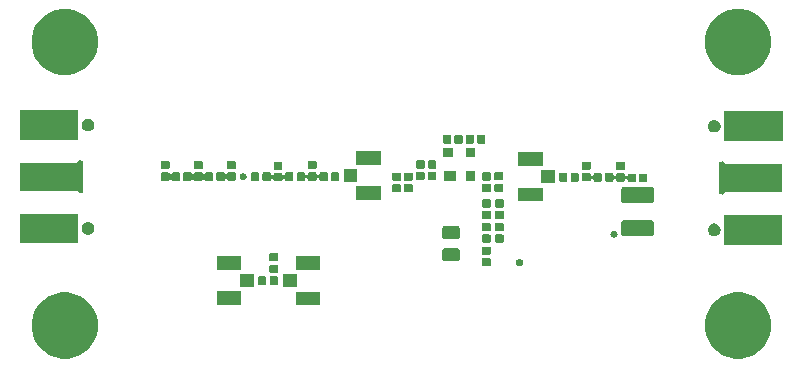
<source format=gbr>
G04 #@! TF.GenerationSoftware,KiCad,Pcbnew,5.1.2-f72e74a~84~ubuntu18.04.1*
G04 #@! TF.CreationDate,2019-07-13T09:23:27-04:00*
G04 #@! TF.ProjectId,iss-lna,6973732d-6c6e-4612-9e6b-696361645f70,rev?*
G04 #@! TF.SameCoordinates,Original*
G04 #@! TF.FileFunction,Soldermask,Top*
G04 #@! TF.FilePolarity,Negative*
%FSLAX46Y46*%
G04 Gerber Fmt 4.6, Leading zero omitted, Abs format (unit mm)*
G04 Created by KiCad (PCBNEW 5.1.2-f72e74a~84~ubuntu18.04.1) date 2019-07-13 09:23:27*
%MOMM*%
%LPD*%
G04 APERTURE LIST*
%ADD10C,0.100000*%
G04 APERTURE END LIST*
D10*
G36*
X140817021Y-67306640D02*
G01*
X141326769Y-67517785D01*
X141326771Y-67517786D01*
X141785534Y-67824321D01*
X142175679Y-68214466D01*
X142482214Y-68673229D01*
X142482215Y-68673231D01*
X142693360Y-69182979D01*
X142801000Y-69724124D01*
X142801000Y-70275876D01*
X142693360Y-70817021D01*
X142482215Y-71326769D01*
X142482214Y-71326771D01*
X142175679Y-71785534D01*
X141785534Y-72175679D01*
X141326771Y-72482214D01*
X141326770Y-72482215D01*
X141326769Y-72482215D01*
X140817021Y-72693360D01*
X140275876Y-72801000D01*
X139724124Y-72801000D01*
X139182979Y-72693360D01*
X138673231Y-72482215D01*
X138673230Y-72482215D01*
X138673229Y-72482214D01*
X138214466Y-72175679D01*
X137824321Y-71785534D01*
X137517786Y-71326771D01*
X137517785Y-71326769D01*
X137306640Y-70817021D01*
X137199000Y-70275876D01*
X137199000Y-69724124D01*
X137306640Y-69182979D01*
X137517785Y-68673231D01*
X137517786Y-68673229D01*
X137824321Y-68214466D01*
X138214466Y-67824321D01*
X138673229Y-67517786D01*
X138673231Y-67517785D01*
X139182979Y-67306640D01*
X139724124Y-67199000D01*
X140275876Y-67199000D01*
X140817021Y-67306640D01*
X140817021Y-67306640D01*
G37*
G36*
X83817021Y-67306640D02*
G01*
X84326769Y-67517785D01*
X84326771Y-67517786D01*
X84785534Y-67824321D01*
X85175679Y-68214466D01*
X85482214Y-68673229D01*
X85482215Y-68673231D01*
X85693360Y-69182979D01*
X85801000Y-69724124D01*
X85801000Y-70275876D01*
X85693360Y-70817021D01*
X85482215Y-71326769D01*
X85482214Y-71326771D01*
X85175679Y-71785534D01*
X84785534Y-72175679D01*
X84326771Y-72482214D01*
X84326770Y-72482215D01*
X84326769Y-72482215D01*
X83817021Y-72693360D01*
X83275876Y-72801000D01*
X82724124Y-72801000D01*
X82182979Y-72693360D01*
X81673231Y-72482215D01*
X81673230Y-72482215D01*
X81673229Y-72482214D01*
X81214466Y-72175679D01*
X80824321Y-71785534D01*
X80517786Y-71326771D01*
X80517785Y-71326769D01*
X80306640Y-70817021D01*
X80199000Y-70275876D01*
X80199000Y-69724124D01*
X80306640Y-69182979D01*
X80517785Y-68673231D01*
X80517786Y-68673229D01*
X80824321Y-68214466D01*
X81214466Y-67824321D01*
X81673229Y-67517786D01*
X81673231Y-67517785D01*
X82182979Y-67306640D01*
X82724124Y-67199000D01*
X83275876Y-67199000D01*
X83817021Y-67306640D01*
X83817021Y-67306640D01*
G37*
G36*
X104651000Y-68271000D02*
G01*
X102549000Y-68271000D01*
X102549000Y-67119000D01*
X104651000Y-67119000D01*
X104651000Y-68271000D01*
X104651000Y-68271000D01*
G37*
G36*
X97951000Y-68266000D02*
G01*
X95849000Y-68266000D01*
X95849000Y-67114000D01*
X97951000Y-67114000D01*
X97951000Y-68266000D01*
X97951000Y-68266000D01*
G37*
G36*
X102651000Y-66751000D02*
G01*
X101499000Y-66751000D01*
X101499000Y-65649000D01*
X102651000Y-65649000D01*
X102651000Y-66751000D01*
X102651000Y-66751000D01*
G37*
G36*
X99001000Y-66746000D02*
G01*
X97849000Y-66746000D01*
X97849000Y-65644000D01*
X99001000Y-65644000D01*
X99001000Y-66746000D01*
X99001000Y-66746000D01*
G37*
G36*
X99971938Y-65831716D02*
G01*
X99992557Y-65837971D01*
X100011553Y-65848124D01*
X100028208Y-65861792D01*
X100041876Y-65878447D01*
X100052029Y-65897443D01*
X100058284Y-65918062D01*
X100061000Y-65945640D01*
X100061000Y-66454360D01*
X100058284Y-66481938D01*
X100052029Y-66502557D01*
X100041876Y-66521553D01*
X100028208Y-66538208D01*
X100011553Y-66551876D01*
X99992557Y-66562029D01*
X99971938Y-66568284D01*
X99944360Y-66571000D01*
X99485640Y-66571000D01*
X99458062Y-66568284D01*
X99437443Y-66562029D01*
X99418447Y-66551876D01*
X99401792Y-66538208D01*
X99388124Y-66521553D01*
X99377971Y-66502557D01*
X99371716Y-66481938D01*
X99369000Y-66454360D01*
X99369000Y-65945640D01*
X99371716Y-65918062D01*
X99377971Y-65897443D01*
X99388124Y-65878447D01*
X99401792Y-65861792D01*
X99418447Y-65848124D01*
X99437443Y-65837971D01*
X99458062Y-65831716D01*
X99485640Y-65829000D01*
X99944360Y-65829000D01*
X99971938Y-65831716D01*
X99971938Y-65831716D01*
G37*
G36*
X100941938Y-65831716D02*
G01*
X100962557Y-65837971D01*
X100981553Y-65848124D01*
X100998208Y-65861792D01*
X101011876Y-65878447D01*
X101022029Y-65897443D01*
X101028284Y-65918062D01*
X101031000Y-65945640D01*
X101031000Y-66454360D01*
X101028284Y-66481938D01*
X101022029Y-66502557D01*
X101011876Y-66521553D01*
X100998208Y-66538208D01*
X100981553Y-66551876D01*
X100962557Y-66562029D01*
X100941938Y-66568284D01*
X100914360Y-66571000D01*
X100455640Y-66571000D01*
X100428062Y-66568284D01*
X100407443Y-66562029D01*
X100388447Y-66551876D01*
X100371792Y-66538208D01*
X100358124Y-66521553D01*
X100347971Y-66502557D01*
X100341716Y-66481938D01*
X100339000Y-66454360D01*
X100339000Y-65945640D01*
X100341716Y-65918062D01*
X100347971Y-65897443D01*
X100358124Y-65878447D01*
X100371792Y-65861792D01*
X100388447Y-65848124D01*
X100407443Y-65837971D01*
X100428062Y-65831716D01*
X100455640Y-65829000D01*
X100914360Y-65829000D01*
X100941938Y-65831716D01*
X100941938Y-65831716D01*
G37*
G36*
X100981938Y-64841716D02*
G01*
X101002557Y-64847971D01*
X101021553Y-64858124D01*
X101038208Y-64871792D01*
X101051876Y-64888447D01*
X101062029Y-64907443D01*
X101068284Y-64928062D01*
X101071000Y-64955640D01*
X101071000Y-65414360D01*
X101068284Y-65441938D01*
X101062029Y-65462557D01*
X101051876Y-65481553D01*
X101038208Y-65498208D01*
X101021553Y-65511876D01*
X101002557Y-65522029D01*
X100981938Y-65528284D01*
X100954360Y-65531000D01*
X100445640Y-65531000D01*
X100418062Y-65528284D01*
X100397443Y-65522029D01*
X100378447Y-65511876D01*
X100361792Y-65498208D01*
X100348124Y-65481553D01*
X100337971Y-65462557D01*
X100331716Y-65441938D01*
X100329000Y-65414360D01*
X100329000Y-64955640D01*
X100331716Y-64928062D01*
X100337971Y-64907443D01*
X100348124Y-64888447D01*
X100361792Y-64871792D01*
X100378447Y-64858124D01*
X100397443Y-64847971D01*
X100418062Y-64841716D01*
X100445640Y-64839000D01*
X100954360Y-64839000D01*
X100981938Y-64841716D01*
X100981938Y-64841716D01*
G37*
G36*
X104651000Y-65281000D02*
G01*
X102549000Y-65281000D01*
X102549000Y-64129000D01*
X104651000Y-64129000D01*
X104651000Y-65281000D01*
X104651000Y-65281000D01*
G37*
G36*
X97951000Y-65276000D02*
G01*
X95849000Y-65276000D01*
X95849000Y-64124000D01*
X97951000Y-64124000D01*
X97951000Y-65276000D01*
X97951000Y-65276000D01*
G37*
G36*
X118981938Y-64291716D02*
G01*
X119002557Y-64297971D01*
X119021553Y-64308124D01*
X119038208Y-64321792D01*
X119051876Y-64338447D01*
X119062029Y-64357443D01*
X119068284Y-64378062D01*
X119071000Y-64405640D01*
X119071000Y-64864360D01*
X119068284Y-64891938D01*
X119062029Y-64912557D01*
X119051876Y-64931553D01*
X119038208Y-64948208D01*
X119021553Y-64961876D01*
X119002557Y-64972029D01*
X118981938Y-64978284D01*
X118954360Y-64981000D01*
X118445640Y-64981000D01*
X118418062Y-64978284D01*
X118397443Y-64972029D01*
X118378447Y-64961876D01*
X118361792Y-64948208D01*
X118348124Y-64931553D01*
X118337971Y-64912557D01*
X118331716Y-64891938D01*
X118329000Y-64864360D01*
X118329000Y-64405640D01*
X118331716Y-64378062D01*
X118337971Y-64357443D01*
X118348124Y-64338447D01*
X118361792Y-64321792D01*
X118378447Y-64308124D01*
X118397443Y-64297971D01*
X118418062Y-64291716D01*
X118445640Y-64289000D01*
X118954360Y-64289000D01*
X118981938Y-64291716D01*
X118981938Y-64291716D01*
G37*
G36*
X121587797Y-64360567D02*
G01*
X121630033Y-64378062D01*
X121642577Y-64383258D01*
X121691876Y-64416198D01*
X121733802Y-64458124D01*
X121755537Y-64490654D01*
X121766743Y-64507425D01*
X121789433Y-64562203D01*
X121801000Y-64620353D01*
X121801000Y-64679647D01*
X121789433Y-64737797D01*
X121766743Y-64792575D01*
X121766742Y-64792577D01*
X121733802Y-64841876D01*
X121691876Y-64883802D01*
X121642577Y-64916742D01*
X121642576Y-64916743D01*
X121642575Y-64916743D01*
X121587797Y-64939433D01*
X121529647Y-64951000D01*
X121470353Y-64951000D01*
X121412203Y-64939433D01*
X121357425Y-64916743D01*
X121357424Y-64916743D01*
X121357423Y-64916742D01*
X121308124Y-64883802D01*
X121266198Y-64841876D01*
X121233258Y-64792577D01*
X121233257Y-64792575D01*
X121210567Y-64737797D01*
X121199000Y-64679647D01*
X121199000Y-64620353D01*
X121210567Y-64562203D01*
X121233257Y-64507425D01*
X121244463Y-64490654D01*
X121266198Y-64458124D01*
X121308124Y-64416198D01*
X121357423Y-64383258D01*
X121369967Y-64378062D01*
X121412203Y-64360567D01*
X121470353Y-64349000D01*
X121529647Y-64349000D01*
X121587797Y-64360567D01*
X121587797Y-64360567D01*
G37*
G36*
X100981938Y-63871716D02*
G01*
X101002557Y-63877971D01*
X101021553Y-63888124D01*
X101038208Y-63901792D01*
X101051876Y-63918447D01*
X101062029Y-63937443D01*
X101068284Y-63958062D01*
X101071000Y-63985640D01*
X101071000Y-64444360D01*
X101068284Y-64471938D01*
X101062029Y-64492557D01*
X101051876Y-64511553D01*
X101038208Y-64528208D01*
X101021553Y-64541876D01*
X101002557Y-64552029D01*
X100981938Y-64558284D01*
X100954360Y-64561000D01*
X100445640Y-64561000D01*
X100418062Y-64558284D01*
X100397443Y-64552029D01*
X100378447Y-64541876D01*
X100361792Y-64528208D01*
X100348124Y-64511553D01*
X100337971Y-64492557D01*
X100331716Y-64471938D01*
X100329000Y-64444360D01*
X100329000Y-63985640D01*
X100331716Y-63958062D01*
X100337971Y-63937443D01*
X100348124Y-63918447D01*
X100361792Y-63901792D01*
X100378447Y-63888124D01*
X100397443Y-63877971D01*
X100418062Y-63871716D01*
X100445640Y-63869000D01*
X100954360Y-63869000D01*
X100981938Y-63871716D01*
X100981938Y-63871716D01*
G37*
G36*
X116284468Y-63453565D02*
G01*
X116323138Y-63465296D01*
X116358777Y-63484346D01*
X116390017Y-63509983D01*
X116415654Y-63541223D01*
X116434704Y-63576862D01*
X116446435Y-63615532D01*
X116451000Y-63661888D01*
X116451000Y-64313112D01*
X116446435Y-64359468D01*
X116434704Y-64398138D01*
X116415654Y-64433777D01*
X116390017Y-64465017D01*
X116358777Y-64490654D01*
X116323138Y-64509704D01*
X116284468Y-64521435D01*
X116238112Y-64526000D01*
X115161888Y-64526000D01*
X115115532Y-64521435D01*
X115076862Y-64509704D01*
X115041223Y-64490654D01*
X115009983Y-64465017D01*
X114984346Y-64433777D01*
X114965296Y-64398138D01*
X114953565Y-64359468D01*
X114949000Y-64313112D01*
X114949000Y-63661888D01*
X114953565Y-63615532D01*
X114965296Y-63576862D01*
X114984346Y-63541223D01*
X115009983Y-63509983D01*
X115041223Y-63484346D01*
X115076862Y-63465296D01*
X115115532Y-63453565D01*
X115161888Y-63449000D01*
X116238112Y-63449000D01*
X116284468Y-63453565D01*
X116284468Y-63453565D01*
G37*
G36*
X118981938Y-63321716D02*
G01*
X119002557Y-63327971D01*
X119021553Y-63338124D01*
X119038208Y-63351792D01*
X119051876Y-63368447D01*
X119062029Y-63387443D01*
X119068284Y-63408062D01*
X119071000Y-63435640D01*
X119071000Y-63894360D01*
X119068284Y-63921938D01*
X119062029Y-63942557D01*
X119051876Y-63961553D01*
X119038208Y-63978208D01*
X119021553Y-63991876D01*
X119002557Y-64002029D01*
X118981938Y-64008284D01*
X118954360Y-64011000D01*
X118445640Y-64011000D01*
X118418062Y-64008284D01*
X118397443Y-64002029D01*
X118378447Y-63991876D01*
X118361792Y-63978208D01*
X118348124Y-63961553D01*
X118337971Y-63942557D01*
X118331716Y-63921938D01*
X118329000Y-63894360D01*
X118329000Y-63435640D01*
X118331716Y-63408062D01*
X118337971Y-63387443D01*
X118348124Y-63368447D01*
X118361792Y-63351792D01*
X118378447Y-63338124D01*
X118397443Y-63327971D01*
X118418062Y-63321716D01*
X118445640Y-63319000D01*
X118954360Y-63319000D01*
X118981938Y-63321716D01*
X118981938Y-63321716D01*
G37*
G36*
X143766000Y-63139000D02*
G01*
X138834000Y-63139000D01*
X138834000Y-60624000D01*
X143766000Y-60624000D01*
X143766000Y-63139000D01*
X143766000Y-63139000D01*
G37*
G36*
X84131000Y-63029000D02*
G01*
X79184000Y-63029000D01*
X79184000Y-60514000D01*
X84131000Y-60514000D01*
X84131000Y-63029000D01*
X84131000Y-63029000D01*
G37*
G36*
X118981938Y-62291716D02*
G01*
X119002557Y-62297971D01*
X119021553Y-62308124D01*
X119038208Y-62321792D01*
X119051876Y-62338447D01*
X119062029Y-62357443D01*
X119068284Y-62378062D01*
X119071000Y-62405640D01*
X119071000Y-62864360D01*
X119068284Y-62891938D01*
X119062029Y-62912557D01*
X119051876Y-62931553D01*
X119038208Y-62948208D01*
X119021553Y-62961876D01*
X119002557Y-62972029D01*
X118981938Y-62978284D01*
X118954360Y-62981000D01*
X118445640Y-62981000D01*
X118418062Y-62978284D01*
X118397443Y-62972029D01*
X118378447Y-62961876D01*
X118361792Y-62948208D01*
X118348124Y-62931553D01*
X118337971Y-62912557D01*
X118331716Y-62891938D01*
X118329000Y-62864360D01*
X118329000Y-62405640D01*
X118331716Y-62378062D01*
X118337971Y-62357443D01*
X118348124Y-62338447D01*
X118361792Y-62321792D01*
X118378447Y-62308124D01*
X118397443Y-62297971D01*
X118418062Y-62291716D01*
X118445640Y-62289000D01*
X118954360Y-62289000D01*
X118981938Y-62291716D01*
X118981938Y-62291716D01*
G37*
G36*
X120081938Y-62291716D02*
G01*
X120102557Y-62297971D01*
X120121553Y-62308124D01*
X120138208Y-62321792D01*
X120151876Y-62338447D01*
X120162029Y-62357443D01*
X120168284Y-62378062D01*
X120171000Y-62405640D01*
X120171000Y-62864360D01*
X120168284Y-62891938D01*
X120162029Y-62912557D01*
X120151876Y-62931553D01*
X120138208Y-62948208D01*
X120121553Y-62961876D01*
X120102557Y-62972029D01*
X120081938Y-62978284D01*
X120054360Y-62981000D01*
X119545640Y-62981000D01*
X119518062Y-62978284D01*
X119497443Y-62972029D01*
X119478447Y-62961876D01*
X119461792Y-62948208D01*
X119448124Y-62931553D01*
X119437971Y-62912557D01*
X119431716Y-62891938D01*
X119429000Y-62864360D01*
X119429000Y-62405640D01*
X119431716Y-62378062D01*
X119437971Y-62357443D01*
X119448124Y-62338447D01*
X119461792Y-62321792D01*
X119478447Y-62308124D01*
X119497443Y-62297971D01*
X119518062Y-62291716D01*
X119545640Y-62289000D01*
X120054360Y-62289000D01*
X120081938Y-62291716D01*
X120081938Y-62291716D01*
G37*
G36*
X116284468Y-61578565D02*
G01*
X116323138Y-61590296D01*
X116358777Y-61609346D01*
X116390017Y-61634983D01*
X116415654Y-61666223D01*
X116434704Y-61701862D01*
X116446435Y-61740532D01*
X116451000Y-61786888D01*
X116451000Y-62438112D01*
X116446435Y-62484468D01*
X116434704Y-62523138D01*
X116415654Y-62558777D01*
X116390017Y-62590017D01*
X116358777Y-62615654D01*
X116323138Y-62634704D01*
X116284468Y-62646435D01*
X116238112Y-62651000D01*
X115161888Y-62651000D01*
X115115532Y-62646435D01*
X115076862Y-62634704D01*
X115041223Y-62615654D01*
X115009983Y-62590017D01*
X114984346Y-62558777D01*
X114965296Y-62523138D01*
X114953565Y-62484468D01*
X114949000Y-62438112D01*
X114949000Y-61786888D01*
X114953565Y-61740532D01*
X114965296Y-61701862D01*
X114984346Y-61666223D01*
X115009983Y-61634983D01*
X115041223Y-61609346D01*
X115076862Y-61590296D01*
X115115532Y-61578565D01*
X115161888Y-61574000D01*
X116238112Y-61574000D01*
X116284468Y-61578565D01*
X116284468Y-61578565D01*
G37*
G36*
X129587797Y-61960567D02*
G01*
X129642575Y-61983257D01*
X129642577Y-61983258D01*
X129691876Y-62016198D01*
X129733802Y-62058124D01*
X129766742Y-62107423D01*
X129766743Y-62107425D01*
X129789433Y-62162203D01*
X129801000Y-62220353D01*
X129801000Y-62279647D01*
X129789433Y-62337797D01*
X129771774Y-62380429D01*
X129766742Y-62392577D01*
X129733802Y-62441876D01*
X129691876Y-62483802D01*
X129642577Y-62516742D01*
X129642576Y-62516743D01*
X129642575Y-62516743D01*
X129587797Y-62539433D01*
X129529647Y-62551000D01*
X129470353Y-62551000D01*
X129412203Y-62539433D01*
X129357425Y-62516743D01*
X129357424Y-62516743D01*
X129357423Y-62516742D01*
X129308124Y-62483802D01*
X129266198Y-62441876D01*
X129233258Y-62392577D01*
X129228226Y-62380429D01*
X129210567Y-62337797D01*
X129199000Y-62279647D01*
X129199000Y-62220353D01*
X129210567Y-62162203D01*
X129233257Y-62107425D01*
X129233258Y-62107423D01*
X129266198Y-62058124D01*
X129308124Y-62016198D01*
X129357423Y-61983258D01*
X129357425Y-61983257D01*
X129412203Y-61960567D01*
X129470353Y-61949000D01*
X129529647Y-61949000D01*
X129587797Y-61960567D01*
X129587797Y-61960567D01*
G37*
G36*
X132718604Y-61078347D02*
G01*
X132755144Y-61089432D01*
X132788821Y-61107433D01*
X132818341Y-61131659D01*
X132842567Y-61161179D01*
X132860568Y-61194856D01*
X132871653Y-61231396D01*
X132876000Y-61275538D01*
X132876000Y-62224462D01*
X132871653Y-62268604D01*
X132860568Y-62305144D01*
X132842567Y-62338821D01*
X132818341Y-62368341D01*
X132788821Y-62392567D01*
X132755144Y-62410568D01*
X132718604Y-62421653D01*
X132674462Y-62426000D01*
X130325538Y-62426000D01*
X130281396Y-62421653D01*
X130244856Y-62410568D01*
X130211179Y-62392567D01*
X130181659Y-62368341D01*
X130157433Y-62338821D01*
X130139432Y-62305144D01*
X130128347Y-62268604D01*
X130124000Y-62224462D01*
X130124000Y-61275538D01*
X130128347Y-61231396D01*
X130139432Y-61194856D01*
X130157433Y-61161179D01*
X130181659Y-61131659D01*
X130211179Y-61107433D01*
X130244856Y-61089432D01*
X130281396Y-61078347D01*
X130325538Y-61074000D01*
X132674462Y-61074000D01*
X132718604Y-61078347D01*
X132718604Y-61078347D01*
G37*
G36*
X138151645Y-61368405D02*
G01*
X138248753Y-61408629D01*
X138336149Y-61467025D01*
X138410475Y-61541351D01*
X138468871Y-61628747D01*
X138509095Y-61725855D01*
X138529600Y-61828944D01*
X138529600Y-61934056D01*
X138509095Y-62037145D01*
X138468871Y-62134253D01*
X138410475Y-62221649D01*
X138336149Y-62295975D01*
X138248753Y-62354371D01*
X138151645Y-62394595D01*
X138048556Y-62415100D01*
X137943444Y-62415100D01*
X137840355Y-62394595D01*
X137743247Y-62354371D01*
X137655851Y-62295975D01*
X137581525Y-62221649D01*
X137523129Y-62134253D01*
X137482905Y-62037145D01*
X137462400Y-61934056D01*
X137462400Y-61828944D01*
X137482905Y-61725855D01*
X137523129Y-61628747D01*
X137581525Y-61541351D01*
X137655851Y-61467025D01*
X137743247Y-61408629D01*
X137840355Y-61368405D01*
X137943444Y-61347900D01*
X138048556Y-61347900D01*
X138151645Y-61368405D01*
X138151645Y-61368405D01*
G37*
G36*
X85124645Y-61258405D02*
G01*
X85221753Y-61298629D01*
X85309149Y-61357025D01*
X85383475Y-61431351D01*
X85441871Y-61518747D01*
X85482095Y-61615855D01*
X85502600Y-61718944D01*
X85502600Y-61824056D01*
X85482095Y-61927145D01*
X85441871Y-62024253D01*
X85383475Y-62111649D01*
X85309149Y-62185975D01*
X85221753Y-62244371D01*
X85124645Y-62284595D01*
X85021556Y-62305100D01*
X84916444Y-62305100D01*
X84813355Y-62284595D01*
X84716247Y-62244371D01*
X84628851Y-62185975D01*
X84554525Y-62111649D01*
X84496129Y-62024253D01*
X84455905Y-61927145D01*
X84435400Y-61824056D01*
X84435400Y-61718944D01*
X84455905Y-61615855D01*
X84496129Y-61518747D01*
X84554525Y-61431351D01*
X84628851Y-61357025D01*
X84716247Y-61298629D01*
X84813355Y-61258405D01*
X84916444Y-61237900D01*
X85021556Y-61237900D01*
X85124645Y-61258405D01*
X85124645Y-61258405D01*
G37*
G36*
X118981938Y-61321716D02*
G01*
X119002557Y-61327971D01*
X119021553Y-61338124D01*
X119038208Y-61351792D01*
X119051876Y-61368447D01*
X119062029Y-61387443D01*
X119068284Y-61408062D01*
X119071000Y-61435640D01*
X119071000Y-61894360D01*
X119068284Y-61921938D01*
X119062029Y-61942557D01*
X119051876Y-61961553D01*
X119038208Y-61978208D01*
X119021553Y-61991876D01*
X119002557Y-62002029D01*
X118981938Y-62008284D01*
X118954360Y-62011000D01*
X118445640Y-62011000D01*
X118418062Y-62008284D01*
X118397443Y-62002029D01*
X118378447Y-61991876D01*
X118361792Y-61978208D01*
X118348124Y-61961553D01*
X118337971Y-61942557D01*
X118331716Y-61921938D01*
X118329000Y-61894360D01*
X118329000Y-61435640D01*
X118331716Y-61408062D01*
X118337971Y-61387443D01*
X118348124Y-61368447D01*
X118361792Y-61351792D01*
X118378447Y-61338124D01*
X118397443Y-61327971D01*
X118418062Y-61321716D01*
X118445640Y-61319000D01*
X118954360Y-61319000D01*
X118981938Y-61321716D01*
X118981938Y-61321716D01*
G37*
G36*
X120081938Y-61321716D02*
G01*
X120102557Y-61327971D01*
X120121553Y-61338124D01*
X120138208Y-61351792D01*
X120151876Y-61368447D01*
X120162029Y-61387443D01*
X120168284Y-61408062D01*
X120171000Y-61435640D01*
X120171000Y-61894360D01*
X120168284Y-61921938D01*
X120162029Y-61942557D01*
X120151876Y-61961553D01*
X120138208Y-61978208D01*
X120121553Y-61991876D01*
X120102557Y-62002029D01*
X120081938Y-62008284D01*
X120054360Y-62011000D01*
X119545640Y-62011000D01*
X119518062Y-62008284D01*
X119497443Y-62002029D01*
X119478447Y-61991876D01*
X119461792Y-61978208D01*
X119448124Y-61961553D01*
X119437971Y-61942557D01*
X119431716Y-61921938D01*
X119429000Y-61894360D01*
X119429000Y-61435640D01*
X119431716Y-61408062D01*
X119437971Y-61387443D01*
X119448124Y-61368447D01*
X119461792Y-61351792D01*
X119478447Y-61338124D01*
X119497443Y-61327971D01*
X119518062Y-61321716D01*
X119545640Y-61319000D01*
X120054360Y-61319000D01*
X120081938Y-61321716D01*
X120081938Y-61321716D01*
G37*
G36*
X120081938Y-60291716D02*
G01*
X120102557Y-60297971D01*
X120121553Y-60308124D01*
X120138208Y-60321792D01*
X120151876Y-60338447D01*
X120162029Y-60357443D01*
X120168284Y-60378062D01*
X120171000Y-60405640D01*
X120171000Y-60864360D01*
X120168284Y-60891938D01*
X120162029Y-60912557D01*
X120151876Y-60931553D01*
X120138208Y-60948208D01*
X120121553Y-60961876D01*
X120102557Y-60972029D01*
X120081938Y-60978284D01*
X120054360Y-60981000D01*
X119545640Y-60981000D01*
X119518062Y-60978284D01*
X119497443Y-60972029D01*
X119478447Y-60961876D01*
X119461792Y-60948208D01*
X119448124Y-60931553D01*
X119437971Y-60912557D01*
X119431716Y-60891938D01*
X119429000Y-60864360D01*
X119429000Y-60405640D01*
X119431716Y-60378062D01*
X119437971Y-60357443D01*
X119448124Y-60338447D01*
X119461792Y-60321792D01*
X119478447Y-60308124D01*
X119497443Y-60297971D01*
X119518062Y-60291716D01*
X119545640Y-60289000D01*
X120054360Y-60289000D01*
X120081938Y-60291716D01*
X120081938Y-60291716D01*
G37*
G36*
X118981938Y-60291716D02*
G01*
X119002557Y-60297971D01*
X119021553Y-60308124D01*
X119038208Y-60321792D01*
X119051876Y-60338447D01*
X119062029Y-60357443D01*
X119068284Y-60378062D01*
X119071000Y-60405640D01*
X119071000Y-60864360D01*
X119068284Y-60891938D01*
X119062029Y-60912557D01*
X119051876Y-60931553D01*
X119038208Y-60948208D01*
X119021553Y-60961876D01*
X119002557Y-60972029D01*
X118981938Y-60978284D01*
X118954360Y-60981000D01*
X118445640Y-60981000D01*
X118418062Y-60978284D01*
X118397443Y-60972029D01*
X118378447Y-60961876D01*
X118361792Y-60948208D01*
X118348124Y-60931553D01*
X118337971Y-60912557D01*
X118331716Y-60891938D01*
X118329000Y-60864360D01*
X118329000Y-60405640D01*
X118331716Y-60378062D01*
X118337971Y-60357443D01*
X118348124Y-60338447D01*
X118361792Y-60321792D01*
X118378447Y-60308124D01*
X118397443Y-60297971D01*
X118418062Y-60291716D01*
X118445640Y-60289000D01*
X118954360Y-60289000D01*
X118981938Y-60291716D01*
X118981938Y-60291716D01*
G37*
G36*
X118981938Y-59321716D02*
G01*
X119002557Y-59327971D01*
X119021553Y-59338124D01*
X119038208Y-59351792D01*
X119051876Y-59368447D01*
X119062029Y-59387443D01*
X119068284Y-59408062D01*
X119071000Y-59435640D01*
X119071000Y-59894360D01*
X119068284Y-59921938D01*
X119062029Y-59942557D01*
X119051876Y-59961553D01*
X119038208Y-59978208D01*
X119021553Y-59991876D01*
X119002557Y-60002029D01*
X118981938Y-60008284D01*
X118954360Y-60011000D01*
X118445640Y-60011000D01*
X118418062Y-60008284D01*
X118397443Y-60002029D01*
X118378447Y-59991876D01*
X118361792Y-59978208D01*
X118348124Y-59961553D01*
X118337971Y-59942557D01*
X118331716Y-59921938D01*
X118329000Y-59894360D01*
X118329000Y-59435640D01*
X118331716Y-59408062D01*
X118337971Y-59387443D01*
X118348124Y-59368447D01*
X118361792Y-59351792D01*
X118378447Y-59338124D01*
X118397443Y-59327971D01*
X118418062Y-59321716D01*
X118445640Y-59319000D01*
X118954360Y-59319000D01*
X118981938Y-59321716D01*
X118981938Y-59321716D01*
G37*
G36*
X120081938Y-59321716D02*
G01*
X120102557Y-59327971D01*
X120121553Y-59338124D01*
X120138208Y-59351792D01*
X120151876Y-59368447D01*
X120162029Y-59387443D01*
X120168284Y-59408062D01*
X120171000Y-59435640D01*
X120171000Y-59894360D01*
X120168284Y-59921938D01*
X120162029Y-59942557D01*
X120151876Y-59961553D01*
X120138208Y-59978208D01*
X120121553Y-59991876D01*
X120102557Y-60002029D01*
X120081938Y-60008284D01*
X120054360Y-60011000D01*
X119545640Y-60011000D01*
X119518062Y-60008284D01*
X119497443Y-60002029D01*
X119478447Y-59991876D01*
X119461792Y-59978208D01*
X119448124Y-59961553D01*
X119437971Y-59942557D01*
X119431716Y-59921938D01*
X119429000Y-59894360D01*
X119429000Y-59435640D01*
X119431716Y-59408062D01*
X119437971Y-59387443D01*
X119448124Y-59368447D01*
X119461792Y-59351792D01*
X119478447Y-59338124D01*
X119497443Y-59327971D01*
X119518062Y-59321716D01*
X119545640Y-59319000D01*
X120054360Y-59319000D01*
X120081938Y-59321716D01*
X120081938Y-59321716D01*
G37*
G36*
X132718604Y-58278347D02*
G01*
X132755144Y-58289432D01*
X132788821Y-58307433D01*
X132818341Y-58331659D01*
X132842567Y-58361179D01*
X132860568Y-58394856D01*
X132871653Y-58431396D01*
X132876000Y-58475538D01*
X132876000Y-59424462D01*
X132871653Y-59468604D01*
X132860568Y-59505144D01*
X132842567Y-59538821D01*
X132818341Y-59568341D01*
X132788821Y-59592567D01*
X132755144Y-59610568D01*
X132718604Y-59621653D01*
X132674462Y-59626000D01*
X130325538Y-59626000D01*
X130281396Y-59621653D01*
X130244856Y-59610568D01*
X130211179Y-59592567D01*
X130181659Y-59568341D01*
X130157433Y-59538821D01*
X130139432Y-59505144D01*
X130128347Y-59468604D01*
X130124000Y-59424462D01*
X130124000Y-58475538D01*
X130128347Y-58431396D01*
X130139432Y-58394856D01*
X130157433Y-58361179D01*
X130181659Y-58331659D01*
X130211179Y-58307433D01*
X130244856Y-58289432D01*
X130281396Y-58278347D01*
X130325538Y-58274000D01*
X132674462Y-58274000D01*
X132718604Y-58278347D01*
X132718604Y-58278347D01*
G37*
G36*
X123451000Y-59471000D02*
G01*
X121349000Y-59471000D01*
X121349000Y-58319000D01*
X123451000Y-58319000D01*
X123451000Y-59471000D01*
X123451000Y-59471000D01*
G37*
G36*
X109751000Y-59371000D02*
G01*
X107649000Y-59371000D01*
X107649000Y-58219000D01*
X109751000Y-58219000D01*
X109751000Y-59371000D01*
X109751000Y-59371000D01*
G37*
G36*
X138668900Y-56068776D02*
G01*
X138668900Y-56068775D01*
X138704419Y-56104294D01*
X138723355Y-56119834D01*
X138744966Y-56131385D01*
X138768415Y-56138498D01*
X138772864Y-56138936D01*
X138773302Y-56143385D01*
X138780415Y-56166834D01*
X138791966Y-56188445D01*
X138807506Y-56207381D01*
X138869519Y-56269394D01*
X138888455Y-56284934D01*
X138910066Y-56296485D01*
X138933515Y-56303598D01*
X138957901Y-56306000D01*
X143766000Y-56306000D01*
X143766000Y-58694000D01*
X138957901Y-58694000D01*
X138933515Y-58696402D01*
X138910066Y-58703515D01*
X138888455Y-58715066D01*
X138869519Y-58730606D01*
X138807506Y-58792619D01*
X138791966Y-58811555D01*
X138780415Y-58833166D01*
X138773302Y-58856615D01*
X138772864Y-58861064D01*
X138768415Y-58861502D01*
X138744966Y-58868615D01*
X138723355Y-58880166D01*
X138704419Y-58895706D01*
X138668900Y-58931225D01*
X138668900Y-58931224D01*
X138660427Y-58939697D01*
X138659385Y-58936264D01*
X138647834Y-58914653D01*
X138632289Y-58895711D01*
X138613347Y-58880166D01*
X138591736Y-58868615D01*
X138568287Y-58861502D01*
X138543901Y-58859100D01*
X138414900Y-58859100D01*
X138414900Y-56140900D01*
X138543901Y-56140900D01*
X138568287Y-56138498D01*
X138591736Y-56131385D01*
X138613347Y-56119834D01*
X138632289Y-56104289D01*
X138647834Y-56085347D01*
X138659385Y-56063736D01*
X138660427Y-56060303D01*
X138668900Y-56068776D01*
X138668900Y-56068776D01*
G37*
G36*
X84305615Y-55953736D02*
G01*
X84317166Y-55975347D01*
X84332711Y-55994289D01*
X84351653Y-56009834D01*
X84373264Y-56021385D01*
X84396713Y-56028498D01*
X84421099Y-56030900D01*
X84550100Y-56030900D01*
X84550100Y-58749100D01*
X84421099Y-58749100D01*
X84396713Y-58751502D01*
X84373264Y-58758615D01*
X84351653Y-58770166D01*
X84332711Y-58785711D01*
X84317166Y-58804653D01*
X84305615Y-58826264D01*
X84304573Y-58829697D01*
X84296100Y-58821224D01*
X84296100Y-58821225D01*
X84260581Y-58785706D01*
X84241645Y-58770166D01*
X84220034Y-58758615D01*
X84196585Y-58751502D01*
X84192136Y-58751064D01*
X84191698Y-58746615D01*
X84184585Y-58723166D01*
X84173034Y-58701555D01*
X84157494Y-58682619D01*
X84095481Y-58620606D01*
X84076545Y-58605066D01*
X84054934Y-58593515D01*
X84031485Y-58586402D01*
X84007099Y-58584000D01*
X79199000Y-58584000D01*
X79199000Y-56196000D01*
X84007099Y-56196000D01*
X84031485Y-56193598D01*
X84054934Y-56186485D01*
X84076545Y-56174934D01*
X84095481Y-56159394D01*
X84157494Y-56097381D01*
X84173034Y-56078445D01*
X84184585Y-56056834D01*
X84191698Y-56033385D01*
X84192136Y-56028936D01*
X84196585Y-56028498D01*
X84220034Y-56021385D01*
X84241645Y-56009834D01*
X84260581Y-55994294D01*
X84296100Y-55958775D01*
X84296100Y-55958776D01*
X84304573Y-55950303D01*
X84305615Y-55953736D01*
X84305615Y-55953736D01*
G37*
G36*
X111371938Y-58031716D02*
G01*
X111392557Y-58037971D01*
X111411553Y-58048124D01*
X111428208Y-58061792D01*
X111441876Y-58078447D01*
X111452029Y-58097443D01*
X111458284Y-58118062D01*
X111461000Y-58145640D01*
X111461000Y-58604360D01*
X111458284Y-58631938D01*
X111452029Y-58652557D01*
X111441876Y-58671553D01*
X111428208Y-58688208D01*
X111411553Y-58701876D01*
X111392557Y-58712029D01*
X111371938Y-58718284D01*
X111344360Y-58721000D01*
X110835640Y-58721000D01*
X110808062Y-58718284D01*
X110787443Y-58712029D01*
X110768447Y-58701876D01*
X110751792Y-58688208D01*
X110738124Y-58671553D01*
X110727971Y-58652557D01*
X110721716Y-58631938D01*
X110719000Y-58604360D01*
X110719000Y-58145640D01*
X110721716Y-58118062D01*
X110727971Y-58097443D01*
X110738124Y-58078447D01*
X110751792Y-58061792D01*
X110768447Y-58048124D01*
X110787443Y-58037971D01*
X110808062Y-58031716D01*
X110835640Y-58029000D01*
X111344360Y-58029000D01*
X111371938Y-58031716D01*
X111371938Y-58031716D01*
G37*
G36*
X112381938Y-58021716D02*
G01*
X112402557Y-58027971D01*
X112421553Y-58038124D01*
X112438208Y-58051792D01*
X112451876Y-58068447D01*
X112462029Y-58087443D01*
X112468284Y-58108062D01*
X112471000Y-58135640D01*
X112471000Y-58594360D01*
X112468284Y-58621938D01*
X112462029Y-58642557D01*
X112451876Y-58661553D01*
X112438208Y-58678208D01*
X112421553Y-58691876D01*
X112402557Y-58702029D01*
X112381938Y-58708284D01*
X112354360Y-58711000D01*
X111845640Y-58711000D01*
X111818062Y-58708284D01*
X111797443Y-58702029D01*
X111778447Y-58691876D01*
X111761792Y-58678208D01*
X111748124Y-58661553D01*
X111737971Y-58642557D01*
X111731716Y-58621938D01*
X111729000Y-58594360D01*
X111729000Y-58135640D01*
X111731716Y-58108062D01*
X111737971Y-58087443D01*
X111748124Y-58068447D01*
X111761792Y-58051792D01*
X111778447Y-58038124D01*
X111797443Y-58027971D01*
X111818062Y-58021716D01*
X111845640Y-58019000D01*
X112354360Y-58019000D01*
X112381938Y-58021716D01*
X112381938Y-58021716D01*
G37*
G36*
X118981938Y-58006716D02*
G01*
X119002557Y-58012971D01*
X119021553Y-58023124D01*
X119038208Y-58036792D01*
X119051876Y-58053447D01*
X119062029Y-58072443D01*
X119068284Y-58093062D01*
X119071000Y-58120640D01*
X119071000Y-58579360D01*
X119068284Y-58606938D01*
X119062029Y-58627557D01*
X119051876Y-58646553D01*
X119038208Y-58663208D01*
X119021553Y-58676876D01*
X119002557Y-58687029D01*
X118981938Y-58693284D01*
X118954360Y-58696000D01*
X118445640Y-58696000D01*
X118418062Y-58693284D01*
X118397443Y-58687029D01*
X118378447Y-58676876D01*
X118361792Y-58663208D01*
X118348124Y-58646553D01*
X118337971Y-58627557D01*
X118331716Y-58606938D01*
X118329000Y-58579360D01*
X118329000Y-58120640D01*
X118331716Y-58093062D01*
X118337971Y-58072443D01*
X118348124Y-58053447D01*
X118361792Y-58036792D01*
X118378447Y-58023124D01*
X118397443Y-58012971D01*
X118418062Y-58006716D01*
X118445640Y-58004000D01*
X118954360Y-58004000D01*
X118981938Y-58006716D01*
X118981938Y-58006716D01*
G37*
G36*
X120031938Y-57991716D02*
G01*
X120052557Y-57997971D01*
X120071553Y-58008124D01*
X120088208Y-58021792D01*
X120101876Y-58038447D01*
X120112029Y-58057443D01*
X120118284Y-58078062D01*
X120121000Y-58105640D01*
X120121000Y-58564360D01*
X120118284Y-58591938D01*
X120112029Y-58612557D01*
X120101876Y-58631553D01*
X120088208Y-58648208D01*
X120071553Y-58661876D01*
X120052557Y-58672029D01*
X120031938Y-58678284D01*
X120004360Y-58681000D01*
X119495640Y-58681000D01*
X119468062Y-58678284D01*
X119447443Y-58672029D01*
X119428447Y-58661876D01*
X119411792Y-58648208D01*
X119398124Y-58631553D01*
X119387971Y-58612557D01*
X119381716Y-58591938D01*
X119379000Y-58564360D01*
X119379000Y-58105640D01*
X119381716Y-58078062D01*
X119387971Y-58057443D01*
X119398124Y-58038447D01*
X119411792Y-58021792D01*
X119428447Y-58008124D01*
X119447443Y-57997971D01*
X119468062Y-57991716D01*
X119495640Y-57989000D01*
X120004360Y-57989000D01*
X120031938Y-57991716D01*
X120031938Y-57991716D01*
G37*
G36*
X124501000Y-57951000D02*
G01*
X123349000Y-57951000D01*
X123349000Y-56849000D01*
X124501000Y-56849000D01*
X124501000Y-57951000D01*
X124501000Y-57951000D01*
G37*
G36*
X132241938Y-57131716D02*
G01*
X132262557Y-57137971D01*
X132281553Y-57148124D01*
X132298208Y-57161792D01*
X132311876Y-57178447D01*
X132322029Y-57197443D01*
X132328284Y-57218062D01*
X132331000Y-57245640D01*
X132331000Y-57754360D01*
X132328284Y-57781938D01*
X132322029Y-57802557D01*
X132311876Y-57821553D01*
X132298208Y-57838208D01*
X132281553Y-57851876D01*
X132262557Y-57862029D01*
X132241938Y-57868284D01*
X132214360Y-57871000D01*
X131755640Y-57871000D01*
X131728062Y-57868284D01*
X131707443Y-57862029D01*
X131688447Y-57851876D01*
X131671792Y-57838208D01*
X131658124Y-57821553D01*
X131647971Y-57802557D01*
X131641716Y-57781938D01*
X131639000Y-57754360D01*
X131639000Y-57245640D01*
X131641716Y-57218062D01*
X131647971Y-57197443D01*
X131658124Y-57178447D01*
X131671792Y-57161792D01*
X131688447Y-57148124D01*
X131707443Y-57137971D01*
X131728062Y-57131716D01*
X131755640Y-57129000D01*
X132214360Y-57129000D01*
X132241938Y-57131716D01*
X132241938Y-57131716D01*
G37*
G36*
X129341938Y-57081716D02*
G01*
X129362557Y-57087971D01*
X129381553Y-57098124D01*
X129398208Y-57111792D01*
X129411876Y-57128447D01*
X129422029Y-57147443D01*
X129428284Y-57168062D01*
X129431000Y-57195640D01*
X129431000Y-57204214D01*
X129433402Y-57228600D01*
X129440515Y-57252049D01*
X129452066Y-57273660D01*
X129467611Y-57292602D01*
X129486553Y-57308147D01*
X129508164Y-57319698D01*
X129531613Y-57326811D01*
X129555999Y-57329213D01*
X129580385Y-57326811D01*
X129603834Y-57319698D01*
X129625445Y-57308147D01*
X129644387Y-57292602D01*
X129659932Y-57273660D01*
X129671483Y-57252049D01*
X129678596Y-57228600D01*
X129680396Y-57216466D01*
X129681716Y-57203062D01*
X129687971Y-57182443D01*
X129698124Y-57163447D01*
X129711792Y-57146792D01*
X129728447Y-57133124D01*
X129747443Y-57122971D01*
X129768062Y-57116716D01*
X129795640Y-57114000D01*
X130304360Y-57114000D01*
X130331938Y-57116716D01*
X130352557Y-57122971D01*
X130371553Y-57133124D01*
X130388208Y-57146792D01*
X130401876Y-57163447D01*
X130412029Y-57182443D01*
X130418284Y-57203062D01*
X130421342Y-57234110D01*
X130426123Y-57258143D01*
X130435500Y-57280782D01*
X130449114Y-57301156D01*
X130466441Y-57318483D01*
X130486815Y-57332097D01*
X130509454Y-57341474D01*
X130533488Y-57346254D01*
X130557992Y-57346254D01*
X130582025Y-57341473D01*
X130604664Y-57332096D01*
X130625038Y-57318482D01*
X130642365Y-57301155D01*
X130655979Y-57280781D01*
X130665356Y-57258142D01*
X130670136Y-57234107D01*
X130671716Y-57218062D01*
X130677971Y-57197443D01*
X130688124Y-57178447D01*
X130701792Y-57161792D01*
X130718447Y-57148124D01*
X130737443Y-57137971D01*
X130758062Y-57131716D01*
X130785640Y-57129000D01*
X131244360Y-57129000D01*
X131271938Y-57131716D01*
X131292557Y-57137971D01*
X131311553Y-57148124D01*
X131328208Y-57161792D01*
X131341876Y-57178447D01*
X131352029Y-57197443D01*
X131358284Y-57218062D01*
X131361000Y-57245640D01*
X131361000Y-57754360D01*
X131358284Y-57781938D01*
X131352029Y-57802557D01*
X131341876Y-57821553D01*
X131328208Y-57838208D01*
X131311553Y-57851876D01*
X131292557Y-57862029D01*
X131271938Y-57868284D01*
X131244360Y-57871000D01*
X130785640Y-57871000D01*
X130758062Y-57868284D01*
X130737443Y-57862029D01*
X130718447Y-57851876D01*
X130701792Y-57838208D01*
X130688124Y-57821553D01*
X130677971Y-57802557D01*
X130671716Y-57781938D01*
X130669000Y-57754360D01*
X130669000Y-57715786D01*
X130666598Y-57691400D01*
X130659485Y-57667951D01*
X130647934Y-57646340D01*
X130632389Y-57627398D01*
X130613447Y-57611853D01*
X130591836Y-57600302D01*
X130568387Y-57593189D01*
X130544001Y-57590787D01*
X130519615Y-57593189D01*
X130496166Y-57600302D01*
X130474555Y-57611853D01*
X130455613Y-57627398D01*
X130440068Y-57646340D01*
X130428517Y-57667951D01*
X130421404Y-57691400D01*
X130419604Y-57703534D01*
X130418284Y-57716938D01*
X130412029Y-57737557D01*
X130401876Y-57756553D01*
X130388208Y-57773208D01*
X130371553Y-57786876D01*
X130352557Y-57797029D01*
X130331938Y-57803284D01*
X130304360Y-57806000D01*
X129795640Y-57806000D01*
X129768062Y-57803284D01*
X129747443Y-57797029D01*
X129728447Y-57786876D01*
X129711792Y-57773208D01*
X129698124Y-57756553D01*
X129687971Y-57737557D01*
X129681716Y-57716938D01*
X129680136Y-57700893D01*
X129675356Y-57676859D01*
X129665979Y-57654220D01*
X129652366Y-57633846D01*
X129635039Y-57616519D01*
X129614665Y-57602905D01*
X129592026Y-57593527D01*
X129567993Y-57588746D01*
X129543489Y-57588746D01*
X129519455Y-57593526D01*
X129496816Y-57602903D01*
X129476442Y-57616516D01*
X129459115Y-57633843D01*
X129445501Y-57654217D01*
X129436123Y-57676856D01*
X129431342Y-57700890D01*
X129428284Y-57731938D01*
X129422029Y-57752557D01*
X129411876Y-57771553D01*
X129398208Y-57788208D01*
X129381553Y-57801876D01*
X129362557Y-57812029D01*
X129341938Y-57818284D01*
X129314360Y-57821000D01*
X128855640Y-57821000D01*
X128828062Y-57818284D01*
X128807443Y-57812029D01*
X128788447Y-57801876D01*
X128771792Y-57788208D01*
X128758124Y-57771553D01*
X128747971Y-57752557D01*
X128741716Y-57731938D01*
X128739000Y-57704360D01*
X128739000Y-57195640D01*
X128741716Y-57168062D01*
X128747971Y-57147443D01*
X128758124Y-57128447D01*
X128771792Y-57111792D01*
X128788447Y-57098124D01*
X128807443Y-57087971D01*
X128828062Y-57081716D01*
X128855640Y-57079000D01*
X129314360Y-57079000D01*
X129341938Y-57081716D01*
X129341938Y-57081716D01*
G37*
G36*
X107751000Y-57851000D02*
G01*
X106599000Y-57851000D01*
X106599000Y-56749000D01*
X107751000Y-56749000D01*
X107751000Y-57851000D01*
X107751000Y-57851000D01*
G37*
G36*
X125456938Y-57081716D02*
G01*
X125477557Y-57087971D01*
X125496553Y-57098124D01*
X125513208Y-57111792D01*
X125526876Y-57128447D01*
X125537029Y-57147443D01*
X125543284Y-57168062D01*
X125546000Y-57195640D01*
X125546000Y-57704360D01*
X125543284Y-57731938D01*
X125537029Y-57752557D01*
X125526876Y-57771553D01*
X125513208Y-57788208D01*
X125496553Y-57801876D01*
X125477557Y-57812029D01*
X125456938Y-57818284D01*
X125429360Y-57821000D01*
X124970640Y-57821000D01*
X124943062Y-57818284D01*
X124922443Y-57812029D01*
X124903447Y-57801876D01*
X124886792Y-57788208D01*
X124873124Y-57771553D01*
X124862971Y-57752557D01*
X124856716Y-57731938D01*
X124854000Y-57704360D01*
X124854000Y-57195640D01*
X124856716Y-57168062D01*
X124862971Y-57147443D01*
X124873124Y-57128447D01*
X124886792Y-57111792D01*
X124903447Y-57098124D01*
X124922443Y-57087971D01*
X124943062Y-57081716D01*
X124970640Y-57079000D01*
X125429360Y-57079000D01*
X125456938Y-57081716D01*
X125456938Y-57081716D01*
G37*
G36*
X126426938Y-57081716D02*
G01*
X126447557Y-57087971D01*
X126466553Y-57098124D01*
X126483208Y-57111792D01*
X126496876Y-57128447D01*
X126507029Y-57147443D01*
X126513284Y-57168062D01*
X126516000Y-57195640D01*
X126516000Y-57704360D01*
X126513284Y-57731938D01*
X126507029Y-57752557D01*
X126496876Y-57771553D01*
X126483208Y-57788208D01*
X126466553Y-57801876D01*
X126447557Y-57812029D01*
X126426938Y-57818284D01*
X126399360Y-57821000D01*
X125940640Y-57821000D01*
X125913062Y-57818284D01*
X125892443Y-57812029D01*
X125873447Y-57801876D01*
X125856792Y-57788208D01*
X125843124Y-57771553D01*
X125832971Y-57752557D01*
X125826716Y-57731938D01*
X125824000Y-57704360D01*
X125824000Y-57195640D01*
X125826716Y-57168062D01*
X125832971Y-57147443D01*
X125843124Y-57128447D01*
X125856792Y-57111792D01*
X125873447Y-57098124D01*
X125892443Y-57087971D01*
X125913062Y-57081716D01*
X125940640Y-57079000D01*
X126399360Y-57079000D01*
X126426938Y-57081716D01*
X126426938Y-57081716D01*
G37*
G36*
X128371938Y-57081716D02*
G01*
X128392557Y-57087971D01*
X128411553Y-57098124D01*
X128428208Y-57111792D01*
X128441876Y-57128447D01*
X128452029Y-57147443D01*
X128458284Y-57168062D01*
X128461000Y-57195640D01*
X128461000Y-57704360D01*
X128458284Y-57731938D01*
X128452029Y-57752557D01*
X128441876Y-57771553D01*
X128428208Y-57788208D01*
X128411553Y-57801876D01*
X128392557Y-57812029D01*
X128371938Y-57818284D01*
X128344360Y-57821000D01*
X127885640Y-57821000D01*
X127858062Y-57818284D01*
X127837443Y-57812029D01*
X127818447Y-57801876D01*
X127801792Y-57788208D01*
X127788124Y-57771553D01*
X127777971Y-57752557D01*
X127771716Y-57731938D01*
X127769000Y-57704360D01*
X127769000Y-57690786D01*
X127766598Y-57666400D01*
X127759485Y-57642951D01*
X127747934Y-57621340D01*
X127732389Y-57602398D01*
X127713447Y-57586853D01*
X127691836Y-57575302D01*
X127668387Y-57568189D01*
X127644001Y-57565787D01*
X127619615Y-57568189D01*
X127596166Y-57575302D01*
X127574555Y-57586853D01*
X127555613Y-57602398D01*
X127540068Y-57621340D01*
X127528517Y-57642951D01*
X127521404Y-57666400D01*
X127519604Y-57678534D01*
X127518284Y-57691938D01*
X127512029Y-57712557D01*
X127501876Y-57731553D01*
X127488208Y-57748208D01*
X127471553Y-57761876D01*
X127452557Y-57772029D01*
X127431938Y-57778284D01*
X127404360Y-57781000D01*
X126895640Y-57781000D01*
X126868062Y-57778284D01*
X126847443Y-57772029D01*
X126828447Y-57761876D01*
X126811792Y-57748208D01*
X126798124Y-57731553D01*
X126787971Y-57712557D01*
X126781716Y-57691938D01*
X126779000Y-57664360D01*
X126779000Y-57205640D01*
X126781716Y-57178062D01*
X126787971Y-57157443D01*
X126798124Y-57138447D01*
X126811792Y-57121792D01*
X126828447Y-57108124D01*
X126847443Y-57097971D01*
X126868062Y-57091716D01*
X126895640Y-57089000D01*
X127404360Y-57089000D01*
X127431938Y-57091716D01*
X127452557Y-57097971D01*
X127471553Y-57108124D01*
X127488208Y-57121792D01*
X127501876Y-57138447D01*
X127512029Y-57157443D01*
X127518284Y-57178062D01*
X127520111Y-57196611D01*
X127524892Y-57220644D01*
X127534269Y-57243282D01*
X127547883Y-57263657D01*
X127565211Y-57280983D01*
X127585585Y-57294597D01*
X127608224Y-57303974D01*
X127632257Y-57308754D01*
X127656762Y-57308754D01*
X127680795Y-57303973D01*
X127703433Y-57294596D01*
X127723808Y-57280982D01*
X127741134Y-57263654D01*
X127754748Y-57243280D01*
X127764125Y-57220641D01*
X127768905Y-57196607D01*
X127771716Y-57168062D01*
X127777971Y-57147443D01*
X127788124Y-57128447D01*
X127801792Y-57111792D01*
X127818447Y-57098124D01*
X127837443Y-57087971D01*
X127858062Y-57081716D01*
X127885640Y-57079000D01*
X128344360Y-57079000D01*
X128371938Y-57081716D01*
X128371938Y-57081716D01*
G37*
G36*
X100341938Y-57031716D02*
G01*
X100362557Y-57037971D01*
X100381553Y-57048124D01*
X100398208Y-57061792D01*
X100411876Y-57078447D01*
X100422029Y-57097443D01*
X100428284Y-57118062D01*
X100431000Y-57145640D01*
X100431000Y-57179214D01*
X100433402Y-57203600D01*
X100440515Y-57227049D01*
X100452066Y-57248660D01*
X100467611Y-57267602D01*
X100486553Y-57283147D01*
X100508164Y-57294698D01*
X100531613Y-57301811D01*
X100555999Y-57304213D01*
X100580385Y-57301811D01*
X100603834Y-57294698D01*
X100625445Y-57283147D01*
X100644387Y-57267602D01*
X100659932Y-57248660D01*
X100671483Y-57227049D01*
X100678596Y-57203600D01*
X100680396Y-57191466D01*
X100681716Y-57178062D01*
X100687971Y-57157443D01*
X100698124Y-57138447D01*
X100711792Y-57121792D01*
X100728447Y-57108124D01*
X100747443Y-57097971D01*
X100768062Y-57091716D01*
X100795640Y-57089000D01*
X101304360Y-57089000D01*
X101331938Y-57091716D01*
X101352557Y-57097971D01*
X101371553Y-57108124D01*
X101388208Y-57121792D01*
X101401876Y-57138447D01*
X101412029Y-57157443D01*
X101418284Y-57178062D01*
X101419604Y-57191466D01*
X101424384Y-57215499D01*
X101433762Y-57238138D01*
X101447375Y-57258512D01*
X101464702Y-57275839D01*
X101485076Y-57289453D01*
X101507715Y-57298830D01*
X101531749Y-57303611D01*
X101556253Y-57303611D01*
X101580286Y-57298831D01*
X101602925Y-57289453D01*
X101623299Y-57275840D01*
X101640626Y-57258513D01*
X101654240Y-57238139D01*
X101663617Y-57215500D01*
X101668398Y-57191466D01*
X101669000Y-57179214D01*
X101669000Y-57145640D01*
X101671716Y-57118062D01*
X101677971Y-57097443D01*
X101688124Y-57078447D01*
X101701792Y-57061792D01*
X101718447Y-57048124D01*
X101737443Y-57037971D01*
X101758062Y-57031716D01*
X101785640Y-57029000D01*
X102244360Y-57029000D01*
X102271938Y-57031716D01*
X102292557Y-57037971D01*
X102311553Y-57048124D01*
X102328208Y-57061792D01*
X102341876Y-57078447D01*
X102352029Y-57097443D01*
X102358284Y-57118062D01*
X102361000Y-57145640D01*
X102361000Y-57654360D01*
X102358284Y-57681938D01*
X102352029Y-57702557D01*
X102341876Y-57721553D01*
X102328208Y-57738208D01*
X102311553Y-57751876D01*
X102292557Y-57762029D01*
X102271938Y-57768284D01*
X102244360Y-57771000D01*
X101785640Y-57771000D01*
X101758062Y-57768284D01*
X101737443Y-57762029D01*
X101718447Y-57751876D01*
X101701792Y-57738208D01*
X101688124Y-57721553D01*
X101677971Y-57702557D01*
X101671716Y-57681938D01*
X101669889Y-57663389D01*
X101665108Y-57639356D01*
X101655731Y-57616718D01*
X101642117Y-57596343D01*
X101624789Y-57579017D01*
X101604415Y-57565403D01*
X101581776Y-57556026D01*
X101557743Y-57551246D01*
X101533238Y-57551246D01*
X101509205Y-57556027D01*
X101486567Y-57565404D01*
X101466192Y-57579018D01*
X101448866Y-57596346D01*
X101435252Y-57616720D01*
X101425875Y-57639359D01*
X101421095Y-57663393D01*
X101418284Y-57691938D01*
X101412029Y-57712557D01*
X101401876Y-57731553D01*
X101388208Y-57748208D01*
X101371553Y-57761876D01*
X101352557Y-57772029D01*
X101331938Y-57778284D01*
X101304360Y-57781000D01*
X100795640Y-57781000D01*
X100768062Y-57778284D01*
X100747443Y-57772029D01*
X100728447Y-57761876D01*
X100711792Y-57748208D01*
X100698124Y-57731553D01*
X100687971Y-57712557D01*
X100681716Y-57691938D01*
X100678905Y-57663393D01*
X100674125Y-57639359D01*
X100664748Y-57616720D01*
X100651135Y-57596346D01*
X100633808Y-57579019D01*
X100613434Y-57565405D01*
X100590795Y-57556027D01*
X100566762Y-57551246D01*
X100542258Y-57551246D01*
X100518224Y-57556026D01*
X100495585Y-57565403D01*
X100475211Y-57579016D01*
X100457884Y-57596343D01*
X100444270Y-57616717D01*
X100434892Y-57639356D01*
X100430111Y-57663389D01*
X100428284Y-57681938D01*
X100422029Y-57702557D01*
X100411876Y-57721553D01*
X100398208Y-57738208D01*
X100381553Y-57751876D01*
X100362557Y-57762029D01*
X100341938Y-57768284D01*
X100314360Y-57771000D01*
X99855640Y-57771000D01*
X99828062Y-57768284D01*
X99807443Y-57762029D01*
X99788447Y-57751876D01*
X99771792Y-57738208D01*
X99758124Y-57721553D01*
X99747971Y-57702557D01*
X99741716Y-57681938D01*
X99739000Y-57654360D01*
X99739000Y-57145640D01*
X99741716Y-57118062D01*
X99747971Y-57097443D01*
X99758124Y-57078447D01*
X99771792Y-57061792D01*
X99788447Y-57048124D01*
X99807443Y-57037971D01*
X99828062Y-57031716D01*
X99855640Y-57029000D01*
X100314360Y-57029000D01*
X100341938Y-57031716D01*
X100341938Y-57031716D01*
G37*
G36*
X93641938Y-57031716D02*
G01*
X93662557Y-57037971D01*
X93681553Y-57048124D01*
X93698208Y-57061792D01*
X93711874Y-57078446D01*
X93722435Y-57098202D01*
X93736050Y-57118576D01*
X93753377Y-57135903D01*
X93773752Y-57149516D01*
X93796391Y-57158893D01*
X93820424Y-57163672D01*
X93844928Y-57163672D01*
X93868962Y-57158891D01*
X93891600Y-57149513D01*
X93911974Y-57135898D01*
X93929301Y-57118571D01*
X93942912Y-57098200D01*
X93948126Y-57088445D01*
X93961792Y-57071792D01*
X93978447Y-57058124D01*
X93997443Y-57047971D01*
X94018062Y-57041716D01*
X94045640Y-57039000D01*
X94554360Y-57039000D01*
X94581938Y-57041716D01*
X94602557Y-57047971D01*
X94621553Y-57058124D01*
X94638208Y-57071792D01*
X94651874Y-57088445D01*
X94657088Y-57098200D01*
X94670702Y-57118574D01*
X94688029Y-57135901D01*
X94708404Y-57149515D01*
X94731043Y-57158892D01*
X94755076Y-57163672D01*
X94779580Y-57163672D01*
X94803613Y-57158891D01*
X94826252Y-57149514D01*
X94846626Y-57135900D01*
X94863953Y-57118573D01*
X94877565Y-57098202D01*
X94888126Y-57078446D01*
X94901792Y-57061792D01*
X94918447Y-57048124D01*
X94937443Y-57037971D01*
X94958062Y-57031716D01*
X94985640Y-57029000D01*
X95444360Y-57029000D01*
X95471938Y-57031716D01*
X95492557Y-57037971D01*
X95511553Y-57048124D01*
X95528208Y-57061792D01*
X95541876Y-57078447D01*
X95552029Y-57097443D01*
X95558284Y-57118062D01*
X95561000Y-57145640D01*
X95561000Y-57654360D01*
X95558284Y-57681938D01*
X95552029Y-57702557D01*
X95541876Y-57721553D01*
X95528208Y-57738208D01*
X95511553Y-57751876D01*
X95492557Y-57762029D01*
X95471938Y-57768284D01*
X95444360Y-57771000D01*
X94985640Y-57771000D01*
X94958062Y-57768284D01*
X94937443Y-57762029D01*
X94918447Y-57751876D01*
X94901792Y-57738208D01*
X94888124Y-57721553D01*
X94875245Y-57697459D01*
X94870274Y-57685455D01*
X94856661Y-57665080D01*
X94839335Y-57647752D01*
X94818961Y-57634137D01*
X94796323Y-57624759D01*
X94772290Y-57619977D01*
X94747786Y-57619976D01*
X94723752Y-57624756D01*
X94701113Y-57634132D01*
X94680738Y-57647745D01*
X94663410Y-57665071D01*
X94654679Y-57678137D01*
X94638208Y-57698208D01*
X94621553Y-57711876D01*
X94602557Y-57722029D01*
X94581938Y-57728284D01*
X94554360Y-57731000D01*
X94045640Y-57731000D01*
X94018062Y-57728284D01*
X93997443Y-57722029D01*
X93978447Y-57711876D01*
X93961792Y-57698208D01*
X93945319Y-57678134D01*
X93936587Y-57665068D01*
X93919259Y-57647742D01*
X93898883Y-57634130D01*
X93876243Y-57624754D01*
X93852210Y-57619976D01*
X93827706Y-57619978D01*
X93803673Y-57624760D01*
X93781035Y-57634140D01*
X93760662Y-57647755D01*
X93743336Y-57665083D01*
X93729724Y-57685459D01*
X93724754Y-57697460D01*
X93711876Y-57721553D01*
X93698208Y-57738208D01*
X93681553Y-57751876D01*
X93662557Y-57762029D01*
X93641938Y-57768284D01*
X93614360Y-57771000D01*
X93155640Y-57771000D01*
X93128062Y-57768284D01*
X93107443Y-57762029D01*
X93088447Y-57751876D01*
X93071792Y-57738208D01*
X93058124Y-57721553D01*
X93047971Y-57702557D01*
X93041716Y-57681938D01*
X93039000Y-57654360D01*
X93039000Y-57145640D01*
X93041716Y-57118062D01*
X93047971Y-57097443D01*
X93058124Y-57078447D01*
X93071792Y-57061792D01*
X93088447Y-57048124D01*
X93107443Y-57037971D01*
X93128062Y-57031716D01*
X93155640Y-57029000D01*
X93614360Y-57029000D01*
X93641938Y-57031716D01*
X93641938Y-57031716D01*
G37*
G36*
X96441938Y-57031716D02*
G01*
X96462557Y-57037971D01*
X96481553Y-57048124D01*
X96498208Y-57061792D01*
X96511874Y-57078446D01*
X96522435Y-57098202D01*
X96536050Y-57118576D01*
X96553377Y-57135903D01*
X96573752Y-57149516D01*
X96596391Y-57158893D01*
X96620424Y-57163672D01*
X96644928Y-57163672D01*
X96668962Y-57158891D01*
X96691600Y-57149513D01*
X96711974Y-57135898D01*
X96729301Y-57118571D01*
X96742912Y-57098200D01*
X96748126Y-57088445D01*
X96761792Y-57071792D01*
X96778447Y-57058124D01*
X96797443Y-57047971D01*
X96818062Y-57041716D01*
X96845640Y-57039000D01*
X97354360Y-57039000D01*
X97381938Y-57041716D01*
X97402557Y-57047971D01*
X97421553Y-57058124D01*
X97438208Y-57071792D01*
X97451876Y-57088447D01*
X97462029Y-57107443D01*
X97468284Y-57128062D01*
X97471000Y-57155640D01*
X97471000Y-57614360D01*
X97468284Y-57641938D01*
X97462029Y-57662557D01*
X97451876Y-57681553D01*
X97438208Y-57698208D01*
X97421553Y-57711876D01*
X97402557Y-57722029D01*
X97381938Y-57728284D01*
X97354360Y-57731000D01*
X96845640Y-57731000D01*
X96818062Y-57728284D01*
X96797443Y-57722029D01*
X96778447Y-57711876D01*
X96761792Y-57698208D01*
X96745319Y-57678134D01*
X96736587Y-57665068D01*
X96719259Y-57647742D01*
X96698883Y-57634130D01*
X96676243Y-57624754D01*
X96652210Y-57619976D01*
X96627706Y-57619978D01*
X96603673Y-57624760D01*
X96581035Y-57634140D01*
X96560662Y-57647755D01*
X96543336Y-57665083D01*
X96529724Y-57685459D01*
X96524754Y-57697460D01*
X96511876Y-57721553D01*
X96498208Y-57738208D01*
X96481553Y-57751876D01*
X96462557Y-57762029D01*
X96441938Y-57768284D01*
X96414360Y-57771000D01*
X95955640Y-57771000D01*
X95928062Y-57768284D01*
X95907443Y-57762029D01*
X95888447Y-57751876D01*
X95871792Y-57738208D01*
X95858124Y-57721553D01*
X95847971Y-57702557D01*
X95841716Y-57681938D01*
X95839000Y-57654360D01*
X95839000Y-57145640D01*
X95841716Y-57118062D01*
X95847971Y-57097443D01*
X95858124Y-57078447D01*
X95871792Y-57061792D01*
X95888447Y-57048124D01*
X95907443Y-57037971D01*
X95928062Y-57031716D01*
X95955640Y-57029000D01*
X96414360Y-57029000D01*
X96441938Y-57031716D01*
X96441938Y-57031716D01*
G37*
G36*
X106141938Y-57031716D02*
G01*
X106162557Y-57037971D01*
X106181553Y-57048124D01*
X106198208Y-57061792D01*
X106211876Y-57078447D01*
X106222029Y-57097443D01*
X106228284Y-57118062D01*
X106231000Y-57145640D01*
X106231000Y-57654360D01*
X106228284Y-57681938D01*
X106222029Y-57702557D01*
X106211876Y-57721553D01*
X106198208Y-57738208D01*
X106181553Y-57751876D01*
X106162557Y-57762029D01*
X106141938Y-57768284D01*
X106114360Y-57771000D01*
X105655640Y-57771000D01*
X105628062Y-57768284D01*
X105607443Y-57762029D01*
X105588447Y-57751876D01*
X105571792Y-57738208D01*
X105558124Y-57721553D01*
X105547971Y-57702557D01*
X105541716Y-57681938D01*
X105539000Y-57654360D01*
X105539000Y-57145640D01*
X105541716Y-57118062D01*
X105547971Y-57097443D01*
X105558124Y-57078447D01*
X105571792Y-57061792D01*
X105588447Y-57048124D01*
X105607443Y-57037971D01*
X105628062Y-57031716D01*
X105655640Y-57029000D01*
X106114360Y-57029000D01*
X106141938Y-57031716D01*
X106141938Y-57031716D01*
G37*
G36*
X99371938Y-57031716D02*
G01*
X99392557Y-57037971D01*
X99411553Y-57048124D01*
X99428208Y-57061792D01*
X99441876Y-57078447D01*
X99452029Y-57097443D01*
X99458284Y-57118062D01*
X99461000Y-57145640D01*
X99461000Y-57654360D01*
X99458284Y-57681938D01*
X99452029Y-57702557D01*
X99441876Y-57721553D01*
X99428208Y-57738208D01*
X99411553Y-57751876D01*
X99392557Y-57762029D01*
X99371938Y-57768284D01*
X99344360Y-57771000D01*
X98885640Y-57771000D01*
X98858062Y-57768284D01*
X98837443Y-57762029D01*
X98818447Y-57751876D01*
X98801792Y-57738208D01*
X98788124Y-57721553D01*
X98777971Y-57702557D01*
X98771716Y-57681938D01*
X98769000Y-57654360D01*
X98769000Y-57145640D01*
X98771716Y-57118062D01*
X98777971Y-57097443D01*
X98788124Y-57078447D01*
X98801792Y-57061792D01*
X98818447Y-57048124D01*
X98837443Y-57037971D01*
X98858062Y-57031716D01*
X98885640Y-57029000D01*
X99344360Y-57029000D01*
X99371938Y-57031716D01*
X99371938Y-57031716D01*
G37*
G36*
X103241938Y-57031716D02*
G01*
X103262557Y-57037971D01*
X103281553Y-57048124D01*
X103298208Y-57061792D01*
X103311876Y-57078447D01*
X103322029Y-57097443D01*
X103328284Y-57118062D01*
X103331095Y-57146607D01*
X103335875Y-57170641D01*
X103345252Y-57193280D01*
X103358865Y-57213654D01*
X103376192Y-57230981D01*
X103396566Y-57244595D01*
X103419205Y-57253973D01*
X103443238Y-57258754D01*
X103467742Y-57258754D01*
X103491776Y-57253974D01*
X103514415Y-57244597D01*
X103534789Y-57230984D01*
X103552116Y-57213657D01*
X103565730Y-57193283D01*
X103575108Y-57170644D01*
X103579889Y-57146611D01*
X103581716Y-57128062D01*
X103587971Y-57107443D01*
X103598124Y-57088447D01*
X103611792Y-57071792D01*
X103628447Y-57058124D01*
X103647443Y-57047971D01*
X103668062Y-57041716D01*
X103695640Y-57039000D01*
X104204360Y-57039000D01*
X104231938Y-57041716D01*
X104252557Y-57047971D01*
X104271553Y-57058124D01*
X104288208Y-57071792D01*
X104301876Y-57088447D01*
X104312029Y-57107443D01*
X104318284Y-57128062D01*
X104320111Y-57146611D01*
X104324892Y-57170644D01*
X104334269Y-57193282D01*
X104347883Y-57213657D01*
X104365211Y-57230983D01*
X104385585Y-57244597D01*
X104408224Y-57253974D01*
X104432257Y-57258754D01*
X104456762Y-57258754D01*
X104480795Y-57253973D01*
X104503433Y-57244596D01*
X104523808Y-57230982D01*
X104541134Y-57213654D01*
X104554748Y-57193280D01*
X104564125Y-57170641D01*
X104568905Y-57146607D01*
X104571716Y-57118062D01*
X104577971Y-57097443D01*
X104588124Y-57078447D01*
X104601792Y-57061792D01*
X104618447Y-57048124D01*
X104637443Y-57037971D01*
X104658062Y-57031716D01*
X104685640Y-57029000D01*
X105144360Y-57029000D01*
X105171938Y-57031716D01*
X105192557Y-57037971D01*
X105211553Y-57048124D01*
X105228208Y-57061792D01*
X105241876Y-57078447D01*
X105252029Y-57097443D01*
X105258284Y-57118062D01*
X105261000Y-57145640D01*
X105261000Y-57654360D01*
X105258284Y-57681938D01*
X105252029Y-57702557D01*
X105241876Y-57721553D01*
X105228208Y-57738208D01*
X105211553Y-57751876D01*
X105192557Y-57762029D01*
X105171938Y-57768284D01*
X105144360Y-57771000D01*
X104685640Y-57771000D01*
X104658062Y-57768284D01*
X104637443Y-57762029D01*
X104618447Y-57751876D01*
X104601792Y-57738208D01*
X104588124Y-57721553D01*
X104577971Y-57702557D01*
X104571716Y-57681938D01*
X104569000Y-57654360D01*
X104569000Y-57640786D01*
X104566598Y-57616400D01*
X104559485Y-57592951D01*
X104547934Y-57571340D01*
X104532389Y-57552398D01*
X104513447Y-57536853D01*
X104491836Y-57525302D01*
X104468387Y-57518189D01*
X104444001Y-57515787D01*
X104419615Y-57518189D01*
X104396166Y-57525302D01*
X104374555Y-57536853D01*
X104355613Y-57552398D01*
X104340068Y-57571340D01*
X104328517Y-57592951D01*
X104321404Y-57616400D01*
X104319604Y-57628534D01*
X104318284Y-57641938D01*
X104312029Y-57662557D01*
X104301876Y-57681553D01*
X104288208Y-57698208D01*
X104271553Y-57711876D01*
X104252557Y-57722029D01*
X104231938Y-57728284D01*
X104204360Y-57731000D01*
X103695640Y-57731000D01*
X103668062Y-57728284D01*
X103647443Y-57722029D01*
X103628447Y-57711876D01*
X103611792Y-57698208D01*
X103598124Y-57681553D01*
X103587971Y-57662557D01*
X103581716Y-57641938D01*
X103580396Y-57628534D01*
X103575616Y-57604501D01*
X103566238Y-57581862D01*
X103552625Y-57561488D01*
X103535298Y-57544161D01*
X103514924Y-57530547D01*
X103492285Y-57521170D01*
X103468251Y-57516389D01*
X103443747Y-57516389D01*
X103419714Y-57521169D01*
X103397075Y-57530547D01*
X103376701Y-57544160D01*
X103359374Y-57561487D01*
X103345760Y-57581861D01*
X103336383Y-57604500D01*
X103331602Y-57628534D01*
X103331000Y-57640786D01*
X103331000Y-57654360D01*
X103328284Y-57681938D01*
X103322029Y-57702557D01*
X103311876Y-57721553D01*
X103298208Y-57738208D01*
X103281553Y-57751876D01*
X103262557Y-57762029D01*
X103241938Y-57768284D01*
X103214360Y-57771000D01*
X102755640Y-57771000D01*
X102728062Y-57768284D01*
X102707443Y-57762029D01*
X102688447Y-57751876D01*
X102671792Y-57738208D01*
X102658124Y-57721553D01*
X102647971Y-57702557D01*
X102641716Y-57681938D01*
X102639000Y-57654360D01*
X102639000Y-57145640D01*
X102641716Y-57118062D01*
X102647971Y-57097443D01*
X102658124Y-57078447D01*
X102671792Y-57061792D01*
X102688447Y-57048124D01*
X102707443Y-57037971D01*
X102728062Y-57031716D01*
X102755640Y-57029000D01*
X103214360Y-57029000D01*
X103241938Y-57031716D01*
X103241938Y-57031716D01*
G37*
G36*
X92671938Y-57031716D02*
G01*
X92692557Y-57037971D01*
X92711553Y-57048124D01*
X92728208Y-57061792D01*
X92741876Y-57078447D01*
X92752029Y-57097443D01*
X92758284Y-57118062D01*
X92761000Y-57145640D01*
X92761000Y-57654360D01*
X92758284Y-57681938D01*
X92752029Y-57702557D01*
X92741876Y-57721553D01*
X92728208Y-57738208D01*
X92711553Y-57751876D01*
X92692557Y-57762029D01*
X92671938Y-57768284D01*
X92644360Y-57771000D01*
X92185640Y-57771000D01*
X92158062Y-57768284D01*
X92137443Y-57762029D01*
X92118447Y-57751876D01*
X92101792Y-57738208D01*
X92088124Y-57721553D01*
X92075245Y-57697459D01*
X92070274Y-57685455D01*
X92056661Y-57665080D01*
X92039335Y-57647752D01*
X92018961Y-57634137D01*
X91996323Y-57624759D01*
X91972290Y-57619977D01*
X91947786Y-57619976D01*
X91923752Y-57624756D01*
X91901113Y-57634132D01*
X91880738Y-57647745D01*
X91863410Y-57665071D01*
X91854679Y-57678137D01*
X91838208Y-57698208D01*
X91821553Y-57711876D01*
X91802557Y-57722029D01*
X91781938Y-57728284D01*
X91754360Y-57731000D01*
X91245640Y-57731000D01*
X91218062Y-57728284D01*
X91197443Y-57722029D01*
X91178447Y-57711876D01*
X91161792Y-57698208D01*
X91148124Y-57681553D01*
X91137971Y-57662557D01*
X91131716Y-57641938D01*
X91129000Y-57614360D01*
X91129000Y-57155640D01*
X91131716Y-57128062D01*
X91137971Y-57107443D01*
X91148124Y-57088447D01*
X91161792Y-57071792D01*
X91178447Y-57058124D01*
X91197443Y-57047971D01*
X91218062Y-57041716D01*
X91245640Y-57039000D01*
X91754360Y-57039000D01*
X91781938Y-57041716D01*
X91802557Y-57047971D01*
X91821553Y-57058124D01*
X91838208Y-57071792D01*
X91851874Y-57088445D01*
X91857088Y-57098200D01*
X91870702Y-57118574D01*
X91888029Y-57135901D01*
X91908404Y-57149515D01*
X91931043Y-57158892D01*
X91955076Y-57163672D01*
X91979580Y-57163672D01*
X92003613Y-57158891D01*
X92026252Y-57149514D01*
X92046626Y-57135900D01*
X92063953Y-57118573D01*
X92077565Y-57098202D01*
X92088126Y-57078446D01*
X92101792Y-57061792D01*
X92118447Y-57048124D01*
X92137443Y-57037971D01*
X92158062Y-57031716D01*
X92185640Y-57029000D01*
X92644360Y-57029000D01*
X92671938Y-57031716D01*
X92671938Y-57031716D01*
G37*
G36*
X111371938Y-57061716D02*
G01*
X111392557Y-57067971D01*
X111411553Y-57078124D01*
X111428208Y-57091792D01*
X111441876Y-57108447D01*
X111452029Y-57127443D01*
X111458284Y-57148062D01*
X111461000Y-57175640D01*
X111461000Y-57634360D01*
X111458284Y-57661938D01*
X111452029Y-57682557D01*
X111441876Y-57701553D01*
X111428208Y-57718208D01*
X111411553Y-57731876D01*
X111392557Y-57742029D01*
X111371938Y-57748284D01*
X111344360Y-57751000D01*
X110835640Y-57751000D01*
X110808062Y-57748284D01*
X110787443Y-57742029D01*
X110768447Y-57731876D01*
X110751792Y-57718208D01*
X110738124Y-57701553D01*
X110727971Y-57682557D01*
X110721716Y-57661938D01*
X110719000Y-57634360D01*
X110719000Y-57175640D01*
X110721716Y-57148062D01*
X110727971Y-57127443D01*
X110738124Y-57108447D01*
X110751792Y-57091792D01*
X110768447Y-57078124D01*
X110787443Y-57067971D01*
X110808062Y-57061716D01*
X110835640Y-57059000D01*
X111344360Y-57059000D01*
X111371938Y-57061716D01*
X111371938Y-57061716D01*
G37*
G36*
X117750000Y-57750000D02*
G01*
X116950000Y-57750000D01*
X116950000Y-56950000D01*
X117750000Y-56950000D01*
X117750000Y-57750000D01*
X117750000Y-57750000D01*
G37*
G36*
X116150000Y-57750000D02*
G01*
X115150000Y-57750000D01*
X115150000Y-56950000D01*
X116150000Y-56950000D01*
X116150000Y-57750000D01*
X116150000Y-57750000D01*
G37*
G36*
X112381938Y-57051716D02*
G01*
X112402557Y-57057971D01*
X112421553Y-57068124D01*
X112438208Y-57081792D01*
X112451876Y-57098447D01*
X112462029Y-57117443D01*
X112468284Y-57138062D01*
X112471000Y-57165640D01*
X112471000Y-57624360D01*
X112468284Y-57651938D01*
X112462029Y-57672557D01*
X112451876Y-57691553D01*
X112438208Y-57708208D01*
X112421553Y-57721876D01*
X112402557Y-57732029D01*
X112381938Y-57738284D01*
X112354360Y-57741000D01*
X111845640Y-57741000D01*
X111818062Y-57738284D01*
X111797443Y-57732029D01*
X111778447Y-57721876D01*
X111761792Y-57708208D01*
X111748124Y-57691553D01*
X111737971Y-57672557D01*
X111731716Y-57651938D01*
X111729000Y-57624360D01*
X111729000Y-57165640D01*
X111731716Y-57138062D01*
X111737971Y-57117443D01*
X111748124Y-57098447D01*
X111761792Y-57081792D01*
X111778447Y-57068124D01*
X111797443Y-57057971D01*
X111818062Y-57051716D01*
X111845640Y-57049000D01*
X112354360Y-57049000D01*
X112381938Y-57051716D01*
X112381938Y-57051716D01*
G37*
G36*
X118981938Y-57036716D02*
G01*
X119002557Y-57042971D01*
X119021553Y-57053124D01*
X119038208Y-57066792D01*
X119051876Y-57083447D01*
X119062029Y-57102443D01*
X119068284Y-57123062D01*
X119071000Y-57150640D01*
X119071000Y-57609360D01*
X119068284Y-57636938D01*
X119062029Y-57657557D01*
X119051876Y-57676553D01*
X119038208Y-57693208D01*
X119021553Y-57706876D01*
X119002557Y-57717029D01*
X118981938Y-57723284D01*
X118954360Y-57726000D01*
X118445640Y-57726000D01*
X118418062Y-57723284D01*
X118397443Y-57717029D01*
X118378447Y-57706876D01*
X118361792Y-57693208D01*
X118348124Y-57676553D01*
X118337971Y-57657557D01*
X118331716Y-57636938D01*
X118329000Y-57609360D01*
X118329000Y-57150640D01*
X118331716Y-57123062D01*
X118337971Y-57102443D01*
X118348124Y-57083447D01*
X118361792Y-57066792D01*
X118378447Y-57053124D01*
X118397443Y-57042971D01*
X118418062Y-57036716D01*
X118445640Y-57034000D01*
X118954360Y-57034000D01*
X118981938Y-57036716D01*
X118981938Y-57036716D01*
G37*
G36*
X120031938Y-57021716D02*
G01*
X120052557Y-57027971D01*
X120071553Y-57038124D01*
X120088208Y-57051792D01*
X120101876Y-57068447D01*
X120112029Y-57087443D01*
X120118284Y-57108062D01*
X120121000Y-57135640D01*
X120121000Y-57594360D01*
X120118284Y-57621938D01*
X120112029Y-57642557D01*
X120101876Y-57661553D01*
X120088208Y-57678208D01*
X120071553Y-57691876D01*
X120052557Y-57702029D01*
X120031938Y-57708284D01*
X120004360Y-57711000D01*
X119495640Y-57711000D01*
X119468062Y-57708284D01*
X119447443Y-57702029D01*
X119428447Y-57691876D01*
X119411792Y-57678208D01*
X119398124Y-57661553D01*
X119387971Y-57642557D01*
X119381716Y-57621938D01*
X119379000Y-57594360D01*
X119379000Y-57135640D01*
X119381716Y-57108062D01*
X119387971Y-57087443D01*
X119398124Y-57068447D01*
X119411792Y-57051792D01*
X119428447Y-57038124D01*
X119447443Y-57027971D01*
X119468062Y-57021716D01*
X119495640Y-57019000D01*
X120004360Y-57019000D01*
X120031938Y-57021716D01*
X120031938Y-57021716D01*
G37*
G36*
X98187797Y-57110567D02*
G01*
X98242575Y-57133257D01*
X98242577Y-57133258D01*
X98291876Y-57166198D01*
X98333802Y-57208124D01*
X98364437Y-57253974D01*
X98366743Y-57257425D01*
X98389433Y-57312203D01*
X98401000Y-57370353D01*
X98401000Y-57429647D01*
X98389433Y-57487797D01*
X98371725Y-57530547D01*
X98366742Y-57542577D01*
X98333802Y-57591876D01*
X98291876Y-57633802D01*
X98242577Y-57666742D01*
X98242576Y-57666743D01*
X98242575Y-57666743D01*
X98187797Y-57689433D01*
X98129647Y-57701000D01*
X98070353Y-57701000D01*
X98012203Y-57689433D01*
X97957425Y-57666743D01*
X97957424Y-57666743D01*
X97957423Y-57666742D01*
X97908124Y-57633802D01*
X97866198Y-57591876D01*
X97833258Y-57542577D01*
X97828275Y-57530547D01*
X97810567Y-57487797D01*
X97799000Y-57429647D01*
X97799000Y-57370353D01*
X97810567Y-57312203D01*
X97833257Y-57257425D01*
X97835563Y-57253974D01*
X97866198Y-57208124D01*
X97908124Y-57166198D01*
X97957423Y-57133258D01*
X97957425Y-57133257D01*
X98012203Y-57110567D01*
X98070353Y-57099000D01*
X98129647Y-57099000D01*
X98187797Y-57110567D01*
X98187797Y-57110567D01*
G37*
G36*
X113381938Y-56991716D02*
G01*
X113402557Y-56997971D01*
X113421553Y-57008124D01*
X113438208Y-57021792D01*
X113451876Y-57038447D01*
X113462029Y-57057443D01*
X113468284Y-57078062D01*
X113471000Y-57105640D01*
X113471000Y-57564360D01*
X113468284Y-57591938D01*
X113462029Y-57612557D01*
X113451876Y-57631553D01*
X113438208Y-57648208D01*
X113421553Y-57661876D01*
X113402557Y-57672029D01*
X113381938Y-57678284D01*
X113354360Y-57681000D01*
X112845640Y-57681000D01*
X112818062Y-57678284D01*
X112797443Y-57672029D01*
X112778447Y-57661876D01*
X112761792Y-57648208D01*
X112748124Y-57631553D01*
X112737971Y-57612557D01*
X112731716Y-57591938D01*
X112729000Y-57564360D01*
X112729000Y-57105640D01*
X112731716Y-57078062D01*
X112737971Y-57057443D01*
X112748124Y-57038447D01*
X112761792Y-57021792D01*
X112778447Y-57008124D01*
X112797443Y-56997971D01*
X112818062Y-56991716D01*
X112845640Y-56989000D01*
X113354360Y-56989000D01*
X113381938Y-56991716D01*
X113381938Y-56991716D01*
G37*
G36*
X114381938Y-56991716D02*
G01*
X114402557Y-56997971D01*
X114421553Y-57008124D01*
X114438208Y-57021792D01*
X114451876Y-57038447D01*
X114462029Y-57057443D01*
X114468284Y-57078062D01*
X114471000Y-57105640D01*
X114471000Y-57564360D01*
X114468284Y-57591938D01*
X114462029Y-57612557D01*
X114451876Y-57631553D01*
X114438208Y-57648208D01*
X114421553Y-57661876D01*
X114402557Y-57672029D01*
X114381938Y-57678284D01*
X114354360Y-57681000D01*
X113845640Y-57681000D01*
X113818062Y-57678284D01*
X113797443Y-57672029D01*
X113778447Y-57661876D01*
X113761792Y-57648208D01*
X113748124Y-57631553D01*
X113737971Y-57612557D01*
X113731716Y-57591938D01*
X113729000Y-57564360D01*
X113729000Y-57105640D01*
X113731716Y-57078062D01*
X113737971Y-57057443D01*
X113748124Y-57038447D01*
X113761792Y-57021792D01*
X113778447Y-57008124D01*
X113797443Y-56997971D01*
X113818062Y-56991716D01*
X113845640Y-56989000D01*
X114354360Y-56989000D01*
X114381938Y-56991716D01*
X114381938Y-56991716D01*
G37*
G36*
X130331938Y-56146716D02*
G01*
X130352557Y-56152971D01*
X130371553Y-56163124D01*
X130388208Y-56176792D01*
X130401876Y-56193447D01*
X130412029Y-56212443D01*
X130418284Y-56233062D01*
X130421000Y-56260640D01*
X130421000Y-56719360D01*
X130418284Y-56746938D01*
X130412029Y-56767557D01*
X130401876Y-56786553D01*
X130388208Y-56803208D01*
X130371553Y-56816876D01*
X130352557Y-56827029D01*
X130331938Y-56833284D01*
X130304360Y-56836000D01*
X129795640Y-56836000D01*
X129768062Y-56833284D01*
X129747443Y-56827029D01*
X129728447Y-56816876D01*
X129711792Y-56803208D01*
X129698124Y-56786553D01*
X129687971Y-56767557D01*
X129681716Y-56746938D01*
X129679000Y-56719360D01*
X129679000Y-56260640D01*
X129681716Y-56233062D01*
X129687971Y-56212443D01*
X129698124Y-56193447D01*
X129711792Y-56176792D01*
X129728447Y-56163124D01*
X129747443Y-56152971D01*
X129768062Y-56146716D01*
X129795640Y-56144000D01*
X130304360Y-56144000D01*
X130331938Y-56146716D01*
X130331938Y-56146716D01*
G37*
G36*
X127431938Y-56121716D02*
G01*
X127452557Y-56127971D01*
X127471553Y-56138124D01*
X127488208Y-56151792D01*
X127501876Y-56168447D01*
X127512029Y-56187443D01*
X127518284Y-56208062D01*
X127521000Y-56235640D01*
X127521000Y-56694360D01*
X127518284Y-56721938D01*
X127512029Y-56742557D01*
X127501876Y-56761553D01*
X127488208Y-56778208D01*
X127471553Y-56791876D01*
X127452557Y-56802029D01*
X127431938Y-56808284D01*
X127404360Y-56811000D01*
X126895640Y-56811000D01*
X126868062Y-56808284D01*
X126847443Y-56802029D01*
X126828447Y-56791876D01*
X126811792Y-56778208D01*
X126798124Y-56761553D01*
X126787971Y-56742557D01*
X126781716Y-56721938D01*
X126779000Y-56694360D01*
X126779000Y-56235640D01*
X126781716Y-56208062D01*
X126787971Y-56187443D01*
X126798124Y-56168447D01*
X126811792Y-56151792D01*
X126828447Y-56138124D01*
X126847443Y-56127971D01*
X126868062Y-56121716D01*
X126895640Y-56119000D01*
X127404360Y-56119000D01*
X127431938Y-56121716D01*
X127431938Y-56121716D01*
G37*
G36*
X101331938Y-56121716D02*
G01*
X101352557Y-56127971D01*
X101371553Y-56138124D01*
X101388208Y-56151792D01*
X101401876Y-56168447D01*
X101412029Y-56187443D01*
X101418284Y-56208062D01*
X101421000Y-56235640D01*
X101421000Y-56694360D01*
X101418284Y-56721938D01*
X101412029Y-56742557D01*
X101401876Y-56761553D01*
X101388208Y-56778208D01*
X101371553Y-56791876D01*
X101352557Y-56802029D01*
X101331938Y-56808284D01*
X101304360Y-56811000D01*
X100795640Y-56811000D01*
X100768062Y-56808284D01*
X100747443Y-56802029D01*
X100728447Y-56791876D01*
X100711792Y-56778208D01*
X100698124Y-56761553D01*
X100687971Y-56742557D01*
X100681716Y-56721938D01*
X100679000Y-56694360D01*
X100679000Y-56235640D01*
X100681716Y-56208062D01*
X100687971Y-56187443D01*
X100698124Y-56168447D01*
X100711792Y-56151792D01*
X100728447Y-56138124D01*
X100747443Y-56127971D01*
X100768062Y-56121716D01*
X100795640Y-56119000D01*
X101304360Y-56119000D01*
X101331938Y-56121716D01*
X101331938Y-56121716D01*
G37*
G36*
X104231938Y-56071716D02*
G01*
X104252557Y-56077971D01*
X104271553Y-56088124D01*
X104288208Y-56101792D01*
X104301876Y-56118447D01*
X104312029Y-56137443D01*
X104318284Y-56158062D01*
X104321000Y-56185640D01*
X104321000Y-56644360D01*
X104318284Y-56671938D01*
X104312029Y-56692557D01*
X104301876Y-56711553D01*
X104288208Y-56728208D01*
X104271553Y-56741876D01*
X104252557Y-56752029D01*
X104231938Y-56758284D01*
X104204360Y-56761000D01*
X103695640Y-56761000D01*
X103668062Y-56758284D01*
X103647443Y-56752029D01*
X103628447Y-56741876D01*
X103611792Y-56728208D01*
X103598124Y-56711553D01*
X103587971Y-56692557D01*
X103581716Y-56671938D01*
X103579000Y-56644360D01*
X103579000Y-56185640D01*
X103581716Y-56158062D01*
X103587971Y-56137443D01*
X103598124Y-56118447D01*
X103611792Y-56101792D01*
X103628447Y-56088124D01*
X103647443Y-56077971D01*
X103668062Y-56071716D01*
X103695640Y-56069000D01*
X104204360Y-56069000D01*
X104231938Y-56071716D01*
X104231938Y-56071716D01*
G37*
G36*
X91781938Y-56071716D02*
G01*
X91802557Y-56077971D01*
X91821553Y-56088124D01*
X91838208Y-56101792D01*
X91851876Y-56118447D01*
X91862029Y-56137443D01*
X91868284Y-56158062D01*
X91871000Y-56185640D01*
X91871000Y-56644360D01*
X91868284Y-56671938D01*
X91862029Y-56692557D01*
X91851876Y-56711553D01*
X91838208Y-56728208D01*
X91821553Y-56741876D01*
X91802557Y-56752029D01*
X91781938Y-56758284D01*
X91754360Y-56761000D01*
X91245640Y-56761000D01*
X91218062Y-56758284D01*
X91197443Y-56752029D01*
X91178447Y-56741876D01*
X91161792Y-56728208D01*
X91148124Y-56711553D01*
X91137971Y-56692557D01*
X91131716Y-56671938D01*
X91129000Y-56644360D01*
X91129000Y-56185640D01*
X91131716Y-56158062D01*
X91137971Y-56137443D01*
X91148124Y-56118447D01*
X91161792Y-56101792D01*
X91178447Y-56088124D01*
X91197443Y-56077971D01*
X91218062Y-56071716D01*
X91245640Y-56069000D01*
X91754360Y-56069000D01*
X91781938Y-56071716D01*
X91781938Y-56071716D01*
G37*
G36*
X94581938Y-56071716D02*
G01*
X94602557Y-56077971D01*
X94621553Y-56088124D01*
X94638208Y-56101792D01*
X94651876Y-56118447D01*
X94662029Y-56137443D01*
X94668284Y-56158062D01*
X94671000Y-56185640D01*
X94671000Y-56644360D01*
X94668284Y-56671938D01*
X94662029Y-56692557D01*
X94651876Y-56711553D01*
X94638208Y-56728208D01*
X94621553Y-56741876D01*
X94602557Y-56752029D01*
X94581938Y-56758284D01*
X94554360Y-56761000D01*
X94045640Y-56761000D01*
X94018062Y-56758284D01*
X93997443Y-56752029D01*
X93978447Y-56741876D01*
X93961792Y-56728208D01*
X93948124Y-56711553D01*
X93937971Y-56692557D01*
X93931716Y-56671938D01*
X93929000Y-56644360D01*
X93929000Y-56185640D01*
X93931716Y-56158062D01*
X93937971Y-56137443D01*
X93948124Y-56118447D01*
X93961792Y-56101792D01*
X93978447Y-56088124D01*
X93997443Y-56077971D01*
X94018062Y-56071716D01*
X94045640Y-56069000D01*
X94554360Y-56069000D01*
X94581938Y-56071716D01*
X94581938Y-56071716D01*
G37*
G36*
X97381938Y-56071716D02*
G01*
X97402557Y-56077971D01*
X97421553Y-56088124D01*
X97438208Y-56101792D01*
X97451876Y-56118447D01*
X97462029Y-56137443D01*
X97468284Y-56158062D01*
X97471000Y-56185640D01*
X97471000Y-56644360D01*
X97468284Y-56671938D01*
X97462029Y-56692557D01*
X97451876Y-56711553D01*
X97438208Y-56728208D01*
X97421553Y-56741876D01*
X97402557Y-56752029D01*
X97381938Y-56758284D01*
X97354360Y-56761000D01*
X96845640Y-56761000D01*
X96818062Y-56758284D01*
X96797443Y-56752029D01*
X96778447Y-56741876D01*
X96761792Y-56728208D01*
X96748124Y-56711553D01*
X96737971Y-56692557D01*
X96731716Y-56671938D01*
X96729000Y-56644360D01*
X96729000Y-56185640D01*
X96731716Y-56158062D01*
X96737971Y-56137443D01*
X96748124Y-56118447D01*
X96761792Y-56101792D01*
X96778447Y-56088124D01*
X96797443Y-56077971D01*
X96818062Y-56071716D01*
X96845640Y-56069000D01*
X97354360Y-56069000D01*
X97381938Y-56071716D01*
X97381938Y-56071716D01*
G37*
G36*
X114381938Y-56021716D02*
G01*
X114402557Y-56027971D01*
X114421553Y-56038124D01*
X114438208Y-56051792D01*
X114451876Y-56068447D01*
X114462029Y-56087443D01*
X114468284Y-56108062D01*
X114471000Y-56135640D01*
X114471000Y-56594360D01*
X114468284Y-56621938D01*
X114462029Y-56642557D01*
X114451876Y-56661553D01*
X114438208Y-56678208D01*
X114421553Y-56691876D01*
X114402557Y-56702029D01*
X114381938Y-56708284D01*
X114354360Y-56711000D01*
X113845640Y-56711000D01*
X113818062Y-56708284D01*
X113797443Y-56702029D01*
X113778447Y-56691876D01*
X113761792Y-56678208D01*
X113748124Y-56661553D01*
X113737971Y-56642557D01*
X113731716Y-56621938D01*
X113729000Y-56594360D01*
X113729000Y-56135640D01*
X113731716Y-56108062D01*
X113737971Y-56087443D01*
X113748124Y-56068447D01*
X113761792Y-56051792D01*
X113778447Y-56038124D01*
X113797443Y-56027971D01*
X113818062Y-56021716D01*
X113845640Y-56019000D01*
X114354360Y-56019000D01*
X114381938Y-56021716D01*
X114381938Y-56021716D01*
G37*
G36*
X113381938Y-56021716D02*
G01*
X113402557Y-56027971D01*
X113421553Y-56038124D01*
X113438208Y-56051792D01*
X113451876Y-56068447D01*
X113462029Y-56087443D01*
X113468284Y-56108062D01*
X113471000Y-56135640D01*
X113471000Y-56594360D01*
X113468284Y-56621938D01*
X113462029Y-56642557D01*
X113451876Y-56661553D01*
X113438208Y-56678208D01*
X113421553Y-56691876D01*
X113402557Y-56702029D01*
X113381938Y-56708284D01*
X113354360Y-56711000D01*
X112845640Y-56711000D01*
X112818062Y-56708284D01*
X112797443Y-56702029D01*
X112778447Y-56691876D01*
X112761792Y-56678208D01*
X112748124Y-56661553D01*
X112737971Y-56642557D01*
X112731716Y-56621938D01*
X112729000Y-56594360D01*
X112729000Y-56135640D01*
X112731716Y-56108062D01*
X112737971Y-56087443D01*
X112748124Y-56068447D01*
X112761792Y-56051792D01*
X112778447Y-56038124D01*
X112797443Y-56027971D01*
X112818062Y-56021716D01*
X112845640Y-56019000D01*
X113354360Y-56019000D01*
X113381938Y-56021716D01*
X113381938Y-56021716D01*
G37*
G36*
X123451000Y-56481000D02*
G01*
X121349000Y-56481000D01*
X121349000Y-55329000D01*
X123451000Y-55329000D01*
X123451000Y-56481000D01*
X123451000Y-56481000D01*
G37*
G36*
X109751000Y-56381000D02*
G01*
X107649000Y-56381000D01*
X107649000Y-55229000D01*
X109751000Y-55229000D01*
X109751000Y-56381000D01*
X109751000Y-56381000D01*
G37*
G36*
X117750000Y-55750000D02*
G01*
X116950000Y-55750000D01*
X116950000Y-54950000D01*
X117750000Y-54950000D01*
X117750000Y-55750000D01*
X117750000Y-55750000D01*
G37*
G36*
X115850000Y-55750000D02*
G01*
X115050000Y-55750000D01*
X115050000Y-54950000D01*
X115850000Y-54950000D01*
X115850000Y-55750000D01*
X115850000Y-55750000D01*
G37*
G36*
X116591938Y-53856716D02*
G01*
X116612557Y-53862971D01*
X116631553Y-53873124D01*
X116648208Y-53886792D01*
X116661876Y-53903447D01*
X116672029Y-53922443D01*
X116678284Y-53943062D01*
X116681000Y-53970640D01*
X116681000Y-54479360D01*
X116678284Y-54506938D01*
X116672029Y-54527557D01*
X116661876Y-54546553D01*
X116648208Y-54563208D01*
X116631553Y-54576876D01*
X116612557Y-54587029D01*
X116591938Y-54593284D01*
X116564360Y-54596000D01*
X116105640Y-54596000D01*
X116078062Y-54593284D01*
X116057443Y-54587029D01*
X116038447Y-54576876D01*
X116021792Y-54563208D01*
X116008124Y-54546553D01*
X115997971Y-54527557D01*
X115991716Y-54506938D01*
X115989000Y-54479360D01*
X115989000Y-53970640D01*
X115991716Y-53943062D01*
X115997971Y-53922443D01*
X116008124Y-53903447D01*
X116021792Y-53886792D01*
X116038447Y-53873124D01*
X116057443Y-53862971D01*
X116078062Y-53856716D01*
X116105640Y-53854000D01*
X116564360Y-53854000D01*
X116591938Y-53856716D01*
X116591938Y-53856716D01*
G37*
G36*
X118516938Y-53856716D02*
G01*
X118537557Y-53862971D01*
X118556553Y-53873124D01*
X118573208Y-53886792D01*
X118586876Y-53903447D01*
X118597029Y-53922443D01*
X118603284Y-53943062D01*
X118606000Y-53970640D01*
X118606000Y-54479360D01*
X118603284Y-54506938D01*
X118597029Y-54527557D01*
X118586876Y-54546553D01*
X118573208Y-54563208D01*
X118556553Y-54576876D01*
X118537557Y-54587029D01*
X118516938Y-54593284D01*
X118489360Y-54596000D01*
X118030640Y-54596000D01*
X118003062Y-54593284D01*
X117982443Y-54587029D01*
X117963447Y-54576876D01*
X117946792Y-54563208D01*
X117933124Y-54546553D01*
X117922971Y-54527557D01*
X117916716Y-54506938D01*
X117914000Y-54479360D01*
X117914000Y-53970640D01*
X117916716Y-53943062D01*
X117922971Y-53922443D01*
X117933124Y-53903447D01*
X117946792Y-53886792D01*
X117963447Y-53873124D01*
X117982443Y-53862971D01*
X118003062Y-53856716D01*
X118030640Y-53854000D01*
X118489360Y-53854000D01*
X118516938Y-53856716D01*
X118516938Y-53856716D01*
G37*
G36*
X117546938Y-53856716D02*
G01*
X117567557Y-53862971D01*
X117586553Y-53873124D01*
X117603208Y-53886792D01*
X117616876Y-53903447D01*
X117627029Y-53922443D01*
X117633284Y-53943062D01*
X117636000Y-53970640D01*
X117636000Y-54479360D01*
X117633284Y-54506938D01*
X117627029Y-54527557D01*
X117616876Y-54546553D01*
X117603208Y-54563208D01*
X117586553Y-54576876D01*
X117567557Y-54587029D01*
X117546938Y-54593284D01*
X117519360Y-54596000D01*
X117060640Y-54596000D01*
X117033062Y-54593284D01*
X117012443Y-54587029D01*
X116993447Y-54576876D01*
X116976792Y-54563208D01*
X116963124Y-54546553D01*
X116952971Y-54527557D01*
X116946716Y-54506938D01*
X116944000Y-54479360D01*
X116944000Y-53970640D01*
X116946716Y-53943062D01*
X116952971Y-53922443D01*
X116963124Y-53903447D01*
X116976792Y-53886792D01*
X116993447Y-53873124D01*
X117012443Y-53862971D01*
X117033062Y-53856716D01*
X117060640Y-53854000D01*
X117519360Y-53854000D01*
X117546938Y-53856716D01*
X117546938Y-53856716D01*
G37*
G36*
X115621938Y-53856716D02*
G01*
X115642557Y-53862971D01*
X115661553Y-53873124D01*
X115678208Y-53886792D01*
X115691876Y-53903447D01*
X115702029Y-53922443D01*
X115708284Y-53943062D01*
X115711000Y-53970640D01*
X115711000Y-54479360D01*
X115708284Y-54506938D01*
X115702029Y-54527557D01*
X115691876Y-54546553D01*
X115678208Y-54563208D01*
X115661553Y-54576876D01*
X115642557Y-54587029D01*
X115621938Y-54593284D01*
X115594360Y-54596000D01*
X115135640Y-54596000D01*
X115108062Y-54593284D01*
X115087443Y-54587029D01*
X115068447Y-54576876D01*
X115051792Y-54563208D01*
X115038124Y-54546553D01*
X115027971Y-54527557D01*
X115021716Y-54506938D01*
X115019000Y-54479360D01*
X115019000Y-53970640D01*
X115021716Y-53943062D01*
X115027971Y-53922443D01*
X115038124Y-53903447D01*
X115051792Y-53886792D01*
X115068447Y-53873124D01*
X115087443Y-53862971D01*
X115108062Y-53856716D01*
X115135640Y-53854000D01*
X115594360Y-53854000D01*
X115621938Y-53856716D01*
X115621938Y-53856716D01*
G37*
G36*
X143781000Y-54376000D02*
G01*
X138834000Y-54376000D01*
X138834000Y-51861000D01*
X143781000Y-51861000D01*
X143781000Y-54376000D01*
X143781000Y-54376000D01*
G37*
G36*
X84131000Y-54266000D02*
G01*
X79199000Y-54266000D01*
X79199000Y-51751000D01*
X84131000Y-51751000D01*
X84131000Y-54266000D01*
X84131000Y-54266000D01*
G37*
G36*
X138151645Y-52605405D02*
G01*
X138248753Y-52645629D01*
X138336149Y-52704025D01*
X138410475Y-52778351D01*
X138468871Y-52865747D01*
X138509095Y-52962855D01*
X138529600Y-53065944D01*
X138529600Y-53171056D01*
X138509095Y-53274145D01*
X138468871Y-53371253D01*
X138410475Y-53458649D01*
X138336149Y-53532975D01*
X138248753Y-53591371D01*
X138151645Y-53631595D01*
X138048556Y-53652100D01*
X137943444Y-53652100D01*
X137840355Y-53631595D01*
X137743247Y-53591371D01*
X137655851Y-53532975D01*
X137581525Y-53458649D01*
X137523129Y-53371253D01*
X137482905Y-53274145D01*
X137462400Y-53171056D01*
X137462400Y-53065944D01*
X137482905Y-52962855D01*
X137523129Y-52865747D01*
X137581525Y-52778351D01*
X137655851Y-52704025D01*
X137743247Y-52645629D01*
X137840355Y-52605405D01*
X137943444Y-52584900D01*
X138048556Y-52584900D01*
X138151645Y-52605405D01*
X138151645Y-52605405D01*
G37*
G36*
X85124645Y-52495405D02*
G01*
X85221753Y-52535629D01*
X85309149Y-52594025D01*
X85383475Y-52668351D01*
X85441871Y-52755747D01*
X85482095Y-52852855D01*
X85502600Y-52955944D01*
X85502600Y-53061056D01*
X85482095Y-53164145D01*
X85441871Y-53261253D01*
X85383475Y-53348649D01*
X85309149Y-53422975D01*
X85221753Y-53481371D01*
X85124645Y-53521595D01*
X85021556Y-53542100D01*
X84916444Y-53542100D01*
X84813355Y-53521595D01*
X84716247Y-53481371D01*
X84628851Y-53422975D01*
X84554525Y-53348649D01*
X84496129Y-53261253D01*
X84455905Y-53164145D01*
X84435400Y-53061056D01*
X84435400Y-52955944D01*
X84455905Y-52852855D01*
X84496129Y-52755747D01*
X84554525Y-52668351D01*
X84628851Y-52594025D01*
X84716247Y-52535629D01*
X84813355Y-52495405D01*
X84916444Y-52474900D01*
X85021556Y-52474900D01*
X85124645Y-52495405D01*
X85124645Y-52495405D01*
G37*
G36*
X83817021Y-43306640D02*
G01*
X84326769Y-43517785D01*
X84326771Y-43517786D01*
X84785534Y-43824321D01*
X85175679Y-44214466D01*
X85482214Y-44673229D01*
X85482215Y-44673231D01*
X85693360Y-45182979D01*
X85801000Y-45724124D01*
X85801000Y-46275876D01*
X85693360Y-46817021D01*
X85482215Y-47326769D01*
X85482214Y-47326771D01*
X85175679Y-47785534D01*
X84785534Y-48175679D01*
X84326771Y-48482214D01*
X84326770Y-48482215D01*
X84326769Y-48482215D01*
X83817021Y-48693360D01*
X83275876Y-48801000D01*
X82724124Y-48801000D01*
X82182979Y-48693360D01*
X81673231Y-48482215D01*
X81673230Y-48482215D01*
X81673229Y-48482214D01*
X81214466Y-48175679D01*
X80824321Y-47785534D01*
X80517786Y-47326771D01*
X80517785Y-47326769D01*
X80306640Y-46817021D01*
X80199000Y-46275876D01*
X80199000Y-45724124D01*
X80306640Y-45182979D01*
X80517785Y-44673231D01*
X80517786Y-44673229D01*
X80824321Y-44214466D01*
X81214466Y-43824321D01*
X81673229Y-43517786D01*
X81673231Y-43517785D01*
X82182979Y-43306640D01*
X82724124Y-43199000D01*
X83275876Y-43199000D01*
X83817021Y-43306640D01*
X83817021Y-43306640D01*
G37*
G36*
X140817021Y-43306640D02*
G01*
X141326769Y-43517785D01*
X141326771Y-43517786D01*
X141785534Y-43824321D01*
X142175679Y-44214466D01*
X142482214Y-44673229D01*
X142482215Y-44673231D01*
X142693360Y-45182979D01*
X142801000Y-45724124D01*
X142801000Y-46275876D01*
X142693360Y-46817021D01*
X142482215Y-47326769D01*
X142482214Y-47326771D01*
X142175679Y-47785534D01*
X141785534Y-48175679D01*
X141326771Y-48482214D01*
X141326770Y-48482215D01*
X141326769Y-48482215D01*
X140817021Y-48693360D01*
X140275876Y-48801000D01*
X139724124Y-48801000D01*
X139182979Y-48693360D01*
X138673231Y-48482215D01*
X138673230Y-48482215D01*
X138673229Y-48482214D01*
X138214466Y-48175679D01*
X137824321Y-47785534D01*
X137517786Y-47326771D01*
X137517785Y-47326769D01*
X137306640Y-46817021D01*
X137199000Y-46275876D01*
X137199000Y-45724124D01*
X137306640Y-45182979D01*
X137517785Y-44673231D01*
X137517786Y-44673229D01*
X137824321Y-44214466D01*
X138214466Y-43824321D01*
X138673229Y-43517786D01*
X138673231Y-43517785D01*
X139182979Y-43306640D01*
X139724124Y-43199000D01*
X140275876Y-43199000D01*
X140817021Y-43306640D01*
X140817021Y-43306640D01*
G37*
M02*

</source>
